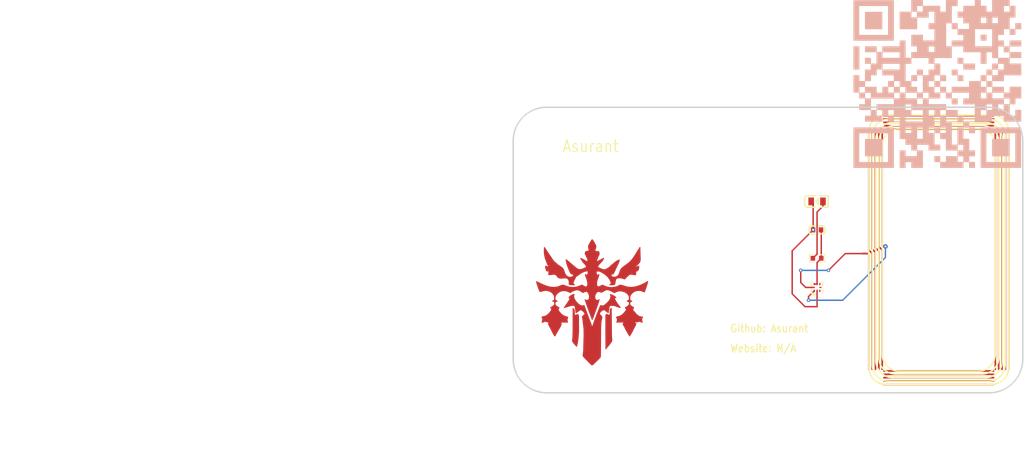
<source format=kicad_pcb>
(kicad_pcb (version 20241229) (generator "pcbnew") (generator_version "9.0")
  (layers (0 "F.Cu" signal "Top Layer") (2 "B.Cu" signal "Bottom Layer") (13 "F.Paste" user "Top Paste Mask Layer") (15 "B.Paste" user "Bottom Paste Mask Layer") (5 "F.SilkS" user "Top Silkscreen Layer") (7 "B.SilkS" user "Bottom Silkscreen Layer") (1 "F.Mask" user "Top Solder Mask Layer") (3 "B.Mask" user "Bottom Solder Mask Layer") (25 "Edge.Cuts" user "Multi-Layer"))
  (net 0 "")
  (net 1 "U1_1")
  (net 2 "U1_8")
  (net 3 "U1_2")
  (net 4 "U1_7")
  (net 5 "LED1_1")
  (net 6 "U1_5")
  (net 7 "U1_4")
  (net 8 "U1_3")
  (footprint "NFC_Card_Schematic:C0603" (layer "F.Cu") (at 157.267 97.897)
    (property "Reference" "C1" (hide yes))
    (property "Value" "")
  )
  (footprint "NFC_Card_Schematic:LED0805-R-RD" (layer "F.Cu") (at 157.267 92.817)
    (property "Reference" "LED1" (hide yes))
    (property "Value" "")
  )
  (footprint "NFC_Card_Schematic:25X48MM_NFC_ANTENNA" (layer "F.Cu") (at 179 101.5 90)
    (property "Reference" "1" (hide yes))
    (property "Value" "")
  )
  (footprint "NFC_Card_Schematic:R0603" (layer "F.Cu") (at 157.267 102.977)
    (property "Reference" "R1" (hide yes))
    (property "Value" "")
  )
  (footprint "NFC_Card_Schematic:XQFN-8_L1.6-W1.6-P0.50-BL_NT3H2111W0FHKH" (layer "F.Cu") (at 157.267 108.184 90)
    (property "Reference" "U1" (hide yes))
    (property "Value" "")
  )
  (gr_poly (pts (xy 120.402446 111.899452) (xy 120.34845 111.924117) (xy 120.324451 111.966116) (xy 120.300453 112.007447) (xy 120.279788 112.065444) (xy 120.259122 112.122775) (xy 120.240457 112.438761) (xy 120.221792 112.754747) (xy 120.199126 112.891408) (xy 120.177128 113.027402) (xy 120.168462 113.041401) (xy 120.159796 113.055401) (xy 119.89848 112.976737) (xy 119.637164 112.897408) (xy 119.625831 112.904741) (xy 119.613832 112.912074) (xy 119.554503 112.992737) (xy 119.495173 113.0734) (xy 119.474508 113.142063) (xy 119.453176 113.211394) (xy 119.453843 114.737326) (xy 119.454509 116.262591) (xy 119.463175 117.751192) (xy 119.472508 119.239793) (xy 119.521838 119.239793) (xy 119.570502 119.239793) (xy 119.603833 119.202461) (xy 119.63783 119.165796) (xy 119.696493 119.085133) (xy 119.755156 119.00447) (xy 119.99914 118.708483) (xy 120.243123 118.413163) (xy 120.370448 118.24517) (xy 120.49844 118.077178) (xy 120.552436 117.996515) (xy 120.607099 117.915851) (xy 120.641764 117.846521) (xy 120.676428 117.777858) (xy 120.689094 117.698528) (xy 120.70176 117.619865) (xy 120.683761 117.445206) (xy 120.665095 117.270547) (xy 120.651763 116.988559) (xy 120.637764 116.705905) (xy 120.624431 114.979315) (xy 120.610432 113.252058) (xy 120.601766 112.563422) (xy 120.5931 111.87412) (xy 120.524438 111.874786) (xy 120.455776 111.874786)) (fill yes) (layer "F.Cu"))
  (gr_poly (pts (xy 113.608232 113.708038) (xy 113.608232 115.541957) (xy 113.5949 116.117265) (xy 113.580901 116.692572) (xy 113.568235 116.995226) (xy 113.554903 117.298546) (xy 113.526905 117.48987) (xy 113.498906 117.681862) (xy 113.533571 117.785857) (xy 113.568235 117.889853) (xy 113.618898 117.975182) (xy 113.668895 118.060512) (xy 113.802219 118.223171) (xy 113.935544 118.385831) (xy 114.099533 118.574489) (xy 114.264189 118.763147) (xy 114.286187 118.781813) (xy 114.308186 118.799812) (xy 114.34285 118.767814) (xy 114.376848 118.735815) (xy 114.410179 118.670485) (xy 114.44351 118.605154) (xy 114.468842 118.489159) (xy 114.494173 118.372498) (xy 114.534171 118.144508) (xy 114.574168 117.915851) (xy 114.6015 117.734526) (xy 114.628831 117.552534) (xy 114.655496 117.331211) (xy 114.682161 117.109221) (xy 114.702826 116.853899) (xy 114.723491 116.598577) (xy 114.740157 116.30259) (xy 114.757489 116.007269) (xy 114.755489 114.709994) (xy 114.753489 113.413385) (xy 114.738157 113.276057) (xy 114.722825 113.138064) (xy 114.702826 113.0714) (xy 114.682827 113.004069) (xy 114.613499 112.983404) (xy 114.54417 112.962738) (xy 114.472175 112.962738) (xy 114.400846 112.962738) (xy 114.310186 112.995403) (xy 114.219525 113.027402) (xy 114.128864 113.068733) (xy 114.038204 113.109398) (xy 114.038204 113.100732) (xy 114.038204 113.092066) (xy 114.018205 112.742081) (xy 113.99754 112.392097) (xy 113.984874 112.297434) (xy 113.972208 112.203438) (xy 113.956876 112.129442) (xy 113.941544 112.055445) (xy 113.876215 111.992781) (xy 113.811552 111.929451) (xy 113.722225 111.902118) (xy 113.632231 111.87412) (xy 113.620232 111.87412) (xy 113.608232 111.87412)) (fill yes) (layer "F.Cu"))
  (gr_poly (pts (xy 116.958009 99.699993) (xy 116.865349 99.838654) (xy 116.777354 99.986647) (xy 116.68936 100.133974) (xy 116.602033 100.289301) (xy 116.514705 100.44396) (xy 116.461376 100.551289) (xy 116.407379 100.658618) (xy 116.385381 100.746614) (xy 116.363382 100.83461) (xy 116.363382 100.921273) (xy 116.363382 101.007935) (xy 116.410712 101.215926) (xy 116.457376 101.424584) (xy 116.457376 101.464582) (xy 116.457376 101.505247) (xy 116.429378 101.552578) (xy 116.400713 101.599242) (xy 116.373381 101.629241) (xy 116.345383 101.659906) (xy 116.184727 101.659906) (xy 116.024738 101.659906) (xy 115.972075 101.689238) (xy 115.920078 101.71857) (xy 115.898746 101.750569) (xy 115.878081 101.782568) (xy 115.829418 101.905895) (xy 115.780754 102.029223) (xy 115.780088 102.131219) (xy 115.778754 102.232548) (xy 115.828751 102.305878) (xy 115.878748 102.378541) (xy 115.927411 102.499869) (xy 115.975408 102.62053) (xy 116.088067 102.849187) (xy 116.201393 103.077843) (xy 116.222058 103.160506) (xy 116.242723 103.243169) (xy 116.242723 103.365831) (xy 116.242723 103.489159) (xy 116.212059 103.480492) (xy 116.182061 103.471159) (xy 116.108066 103.441827) (xy 116.034071 103.412495) (xy 115.745423 103.243836) (xy 115.456109 103.07451) (xy 115.342783 103.017846) (xy 115.229458 102.960515) (xy 115.102799 102.928517) (xy 114.975475 102.896518) (xy 114.964809 102.896518) (xy 114.953476 102.896518) (xy 114.973475 102.951849) (xy 114.992807 103.007847) (xy 115.067468 103.157173) (xy 115.14213 103.3065) (xy 115.24079 103.453827) (xy 115.33945 103.60182) (xy 115.453443 103.743147) (xy 115.567435 103.883808) (xy 115.720092 104.0498) (xy 115.872748 104.215793) (xy 115.915412 104.275124) (xy 115.958076 104.334454) (xy 115.967408 104.405118) (xy 115.976075 104.475781) (xy 115.971408 104.520446) (xy 115.966742 104.565111) (xy 115.745423 104.65844) (xy 115.523438 104.751102) (xy 115.362115 104.809767) (xy 115.200793 104.869097) (xy 115.083467 104.898429) (xy 114.965475 104.927761) (xy 114.854816 104.905096) (xy 114.744157 104.88243) (xy 114.622165 104.843765) (xy 114.499506 104.8051) (xy 114.420178 104.753102) (xy 114.34085 104.701105) (xy 114.206193 104.583777) (xy 114.072201 104.467115) (xy 113.74289 104.19646) (xy 113.413579 103.925806) (xy 113.225591 103.763813) (xy 113.036937 103.602487) (xy 112.882281 103.467159) (xy 112.727624 103.331832) (xy 112.653629 103.276501) (xy 112.580301 103.22117) (xy 112.473641 103.16384) (xy 112.367648 103.106509) (xy 112.376981 103.246503) (xy 112.386981 103.387163) (xy 112.412979 103.537823) (xy 112.43831 103.68915) (xy 112.472975 103.827144) (xy 112.507639 103.964471) (xy 112.554969 104.119131) (xy 112.602966 104.27379) (xy 112.68896 104.51178) (xy 112.774955 104.749769) (xy 112.867615 104.968426) (xy 112.960942 105.18775) (xy 113.05027 105.389741) (xy 113.139597 105.591065) (xy 113.173595 105.643063) (xy 113.207592 105.695727) (xy 113.261589 105.753725) (xy 113.314919 105.811722) (xy 113.385581 105.838388) (xy 113.456243 105.864386) (xy 113.542237 105.879052) (xy 113.628231 105.893718) (xy 113.671562 105.901051) (xy 113.714225 105.907718) (xy 113.696227 105.959049) (xy 113.678228 106.01038) (xy 113.650896 106.063044) (xy 113.624231 106.115042) (xy 113.565569 106.171039) (xy 113.507572 106.227037) (xy 113.433577 106.249703) (xy 113.359582 106.271702) (xy 113.211592 106.279035) (xy 113.063602 106.286368) (xy 112.950276 106.257702) (xy 112.836951 106.229704) (xy 112.782287 106.201038) (xy 112.728291 106.173039) (xy 112.638964 106.101043) (xy 112.549636 106.029046) (xy 112.466975 105.919051) (xy 112.383647 105.809056) (xy 112.336317 105.714393) (xy 112.288987 105.620397) (xy 112.24499 105.505069) (xy 112.200993 105.389741) (xy 112.157662 105.241747) (xy 112.114332 105.093754) (xy 112.056336 104.973093) (xy 111.99834 104.851765) (xy 111.915679 104.761769) (xy 111.833017 104.671773) (xy 111.729691 104.585777) (xy 111.625698 104.49978) (xy 111.471042 104.381119) (xy 111.317052 104.262458) (xy 111.209059 104.192461) (xy 111.101733 104.122464) (xy 111.041737 104.092465) (xy 110.982407 104.062466) (xy 110.927744 104.046467) (xy 110.873081 104.031134) (xy 110.866415 103.971137) (xy 110.859749 103.91114) (xy 110.698426 103.790478) (xy 110.537104 103.670484) (xy 110.398446 103.535823) (xy 110.259789 103.401162) (xy 110.18846 103.313166) (xy 110.117132 103.225837) (xy 110.019138 103.064511) (xy 109.921145 102.903185) (xy 109.784487 102.70786) (xy 109.64783 102.513202) (xy 109.405179 102.150551) (xy 109.163195 101.787234) (xy 108.94121 101.449249) (xy 108.718558 101.111264) (xy 108.663229 101.035934) (xy 108.607899 100.960604) (xy 108.555903 100.960604) (xy 108.504573 100.960604) (xy 108.49524 101.031268) (xy 108.486574 101.101931) (xy 108.474575 101.369253) (xy 108.462575 101.637241) (xy 108.474575 101.87923) (xy 108.486574 102.121886) (xy 108.494573 102.183216) (xy 108.502573 102.244547) (xy 108.515905 102.338543) (xy 108.529904 102.432539) (xy 108.563902 102.606531) (xy 108.5979 102.779857) (xy 108.64923 102.956515) (xy 108.701226 103.133174) (xy 108.811219 103.427828) (xy 108.920545 103.723148) (xy 108.974541 103.857142) (xy 109.027871 103.991803) (xy 109.107199 104.146463) (xy 109.185861 104.300456) (xy 109.239857 104.371119) (xy 109.293853 104.441783) (xy 109.282521 104.441783) (xy 109.271188 104.441783) (xy 109.080534 104.374453) (xy 108.889214 104.307789) (xy 108.84255 104.307789) (xy 108.79522 104.307789) (xy 108.757222 104.327121) (xy 108.718558 104.34712) (xy 108.708559 104.437116) (xy 108.699226 104.526446) (xy 108.706559 104.628441) (xy 108.713892 104.731103) (xy 108.743223 104.825099) (xy 108.772555 104.919095) (xy 108.84655 105.107087) (xy 108.920545 105.295078) (xy 108.930544 105.306411) (xy 108.94121 105.317744) (xy 109.119198 105.33641) (xy 109.29652 105.354409) (xy 109.344517 105.379075) (xy 109.392513 105.403074) (xy 109.393847 105.415073) (xy 109.39518 105.427739) (xy 109.327851 105.449738) (xy 109.260522 105.472404) (xy 109.260522 105.645729) (xy 109.260522 105.819722) (xy 109.299186 105.903051) (xy 109.33785 105.987048) (xy 109.353849 106.00038) (xy 109.369848 106.013713) (xy 109.657829 105.981048) (xy 109.94581 105.949049) (xy 110.033137 105.93505) (xy 110.120465 105.920384) (xy 110.253123 105.920384) (xy 110.385781 105.920384) (xy 110.467108 105.941716) (xy 110.549103 105.962382) (xy 110.599766 105.988381) (xy 110.649763 106.01438) (xy 110.654429 106.071044) (xy 110.658429 106.127708) (xy 110.732424 106.149707) (xy 110.806419 106.172373) (xy 110.810419 106.229704) (xy 110.814419 106.287701) (xy 110.859749 106.341032) (xy 110.905079 106.393696) (xy 110.973075 106.451694) (xy 111.040404 106.509024) (xy 111.145063 106.54369) (xy 111.249723 106.578355) (xy 111.369048 106.59902) (xy 111.488374 106.61902) (xy 111.607699 106.61902) (xy 111.727025 106.61902) (xy 111.925011 106.591021) (xy 112.122998 106.562355) (xy 112.270988 106.569688) (xy 112.418978 106.577021) (xy 112.506306 106.60502) (xy 112.593633 106.633019) (xy 112.667628 106.670351) (xy 112.741624 106.707016) (xy 112.784287 106.794345) (xy 112.826951 106.881008) (xy 112.871615 107.009002) (xy 112.916279 107.13633) (xy 112.916279 107.411651) (xy 112.916279 107.686306) (xy 113.016272 107.716971) (xy 113.115599 107.74697) (xy 113.258256 107.770968) (xy 113.400246 107.794301) (xy 113.69556 107.794967) (xy 113.99154 107.794967) (xy 114.031538 107.774968) (xy 114.072201 107.754303) (xy 114.072201 107.738303) (xy 114.072201 107.722304) (xy 114.011539 107.683639) (xy 113.950876 107.644307) (xy 113.888214 107.58831) (xy 113.825551 107.532979) (xy 113.816219 107.446316) (xy 113.806886 107.359653) (xy 113.822885 107.268991) (xy 113.838884 107.177661) (xy 113.863549 107.106998) (xy 113.888214 107.035668) (xy 114.015539 106.797012) (xy 114.142197 106.559022) (xy 114.178861 106.45636) (xy 114.215525 106.353698) (xy 114.254189 106.306367) (xy 114.292853 106.259702) (xy 114.40018 106.203705) (xy 114.508172 106.147707) (xy 114.647496 106.041712) (xy 114.786821 105.935717) (xy 114.906813 105.852387) (xy 115.026138 105.768391) (xy 115.132797 105.701727) (xy 115.239457 105.635063) (xy 115.381448 105.563733) (xy 115.523438 105.492403) (xy 115.624098 105.453071) (xy 115.725425 105.413073) (xy 115.859416 105.378408) (xy 115.994073 105.343743) (xy 116.108066 105.329743) (xy 116.221392 105.315744) (xy 116.258722 105.315744) (xy 116.296053 105.315744) (xy 116.296053 105.407073) (xy 116.296053 105.498403) (xy 116.282054 105.578399) (xy 116.268055 105.658396) (xy 116.234057 105.77239) (xy 116.20006 105.887052) (xy 116.190727 105.896385) (xy 116.182061 105.905718) (xy 116.021405 105.859053) (xy 115.860749 105.813055) (xy 115.834751 105.804389) (xy 115.808752 105.796389) (xy 115.815419 105.922384) (xy 115.822751 106.047712) (xy 115.946077 106.369697) (xy 116.069402 106.691683) (xy 116.116732 106.851009) (xy 116.164062 107.011002) (xy 116.19006 107.140996) (xy 116.216059 107.270991) (xy 116.224725 107.438983) (xy 116.232724 107.606976) (xy 116.217392 107.719637) (xy 116.20206 107.832299) (xy 116.172062 107.886963) (xy 116.142064 107.942294) (xy 116.096067 107.972959) (xy 116.050736 108.003625) (xy 116.001406 108.003625) (xy 115.952743 108.003625) (xy 115.873415 107.982959) (xy 115.794087 107.962293) (xy 115.734757 107.936294) (xy 115.675428 107.909629) (xy 115.502773 107.794967) (xy 115.330118 107.680306) (xy 115.24079 107.700972) (xy 115.150796 107.721637) (xy 114.914145 107.8143) (xy 114.676828 107.906296) (xy 114.569502 107.940961) (xy 114.461509 107.975626) (xy 114.327518 108.009625) (xy 114.19286 108.042956) (xy 114.065535 108.066289) (xy 113.937544 108.089621) (xy 113.64223 108.090288) (xy 113.34625 108.090288) (xy 113.211592 108.066289) (xy 113.077601 108.042956) (xy 112.942943 108.009625) (xy 112.808952 107.976293) (xy 112.428311 107.847632) (xy 112.04767 107.718971) (xy 111.917678 107.704305) (xy 111.787021 107.690305) (xy 111.681028 107.711638) (xy 111.575035 107.733637) (xy 111.377714 107.827633) (xy 111.180394 107.921628) (xy 111.079734 107.954294) (xy 110.978408 107.987625) (xy 110.838417 108.015624) (xy 110.698426 108.042956) (xy 110.584434 108.056289) (xy 110.469775 108.069622) (xy 110.315785 108.078288) (xy 110.161129 108.086954) (xy 109.986474 108.071622) (xy 109.811819 108.056289) (xy 109.683827 108.03629) (xy 109.556503 108.016291) (xy 109.401846 107.981626) (xy 109.24719 107.946961) (xy 109.038537 107.87963) (xy 108.830551 107.8123) (xy 108.64923 107.741636) (xy 108.467242 107.670973) (xy 108.259256 107.57631) (xy 108.050603 107.482315) (xy 107.728624 107.322322) (xy 107.405979 107.162329) (xy 107.257989 107.099665) (xy 107.109999 107.037001) (xy 107.105999 107.12433) (xy 107.102 107.21166) (xy 107.123331 107.332988) (xy 107.143997 107.454316) (xy 107.215992 107.67164) (xy 107.288654 107.88963) (xy 107.463309 108.359609) (xy 107.637964 108.830255) (xy 107.664629 108.897585) (xy 107.691294 108.964249) (xy 107.832617 108.968249) (xy 107.973941 108.972248) (xy 108.059269 108.952916) (xy 108.145263 108.93425) (xy 108.259256 108.892919) (xy 108.373248 108.852254) (xy 108.479908 108.830255) (xy 108.586567 108.808922) (xy 108.735224 108.800923) (xy 108.883881 108.792923) (xy 109.001873 108.808922) (xy 109.119198 108.824255) (xy 109.250523 108.862253) (xy 109.381181 108.900252) (xy 109.482507 108.94225) (xy 109.583167 108.984248) (xy 109.687827 109.045579) (xy 109.793153 109.106909) (xy 109.895147 109.203572) (xy 109.99714 109.300234) (xy 110.061802 109.385563) (xy 110.126465 109.470893) (xy 110.186461 109.594221) (xy 110.246457 109.716882) (xy 110.273788 109.815544) (xy 110.30112 109.91354) (xy 110.309786 110.023535) (xy 110.318452 110.13353) (xy 110.302453 110.248192) (xy 110.28712 110.362187) (xy 110.280454 110.390852) (xy 110.273121 110.418851) (xy 110.147796 110.468849) (xy 110.021805 110.518846) (xy 110.009139 110.534846) (xy 109.99714 110.550178) (xy 109.974475 110.616842) (xy 109.952476 110.682839) (xy 109.957809 110.687506) (xy 109.962475 110.692172) (xy 110.113799 110.718171) (xy 110.265122 110.74417) (xy 110.270455 110.749503) (xy 110.275788 110.754836) (xy 110.29512 110.856831) (xy 110.315119 110.958827) (xy 110.323785 111.066156) (xy 110.332451 111.172817) (xy 110.25179 111.27148) (xy 110.170462 111.370142) (xy 110.111799 111.42614) (xy 110.053803 111.482137) (xy 109.979808 111.528802) (xy 109.905813 111.5748) (xy 109.767155 111.644796) (xy 109.629164 111.714127) (xy 109.633164 111.822122) (xy 109.637164 111.930117) (xy 109.707826 111.954116) (xy 109.778488 111.978115) (xy 109.787154 111.986781) (xy 109.79582 111.994781) (xy 109.774488 112.100776) (xy 109.753823 112.206772) (xy 109.732491 112.252103) (xy 109.711159 112.297434) (xy 109.581168 112.472093) (xy 109.451843 112.647419) (xy 109.275855 112.822744) (xy 109.0992 112.998736) (xy 108.995207 113.068733) (xy 108.891214 113.138064) (xy 108.800553 113.183395) (xy 108.709226 113.229393) (xy 108.619898 113.256725) (xy 108.530571 113.284057) (xy 108.445243 113.298723) (xy 108.359916 113.313389) (xy 108.261922 113.342054) (xy 108.163929 113.37072) (xy 108.111932 113.418718) (xy 108.060602 113.466716) (xy 108.038604 113.524713) (xy 108.017272 113.58271) (xy 108.097933 113.659374) (xy 108.178594 113.736704) (xy 108.178594 113.792034) (xy 108.178594 113.848032) (xy 108.133264 114.121353) (xy 108.087267 114.394674) (xy 108.079268 114.451339) (xy 108.070602 114.508669) (xy 108.114599 114.508669) (xy 108.158596 114.508003) (xy 108.245923 114.487337) (xy 108.333251 114.467338) (xy 108.474575 114.399341) (xy 108.615232 114.331344) (xy 108.665895 114.313345) (xy 108.715892 114.294679) (xy 108.786554 114.327344) (xy 108.857216 114.359343) (xy 109.085867 114.42734) (xy 109.314519 114.495337) (xy 109.333851 114.50267) (xy 109.353849 114.510003) (xy 109.301853 114.539335) (xy 109.249856 114.569333) (xy 109.231191 114.629331) (xy 109.212525 114.689995) (xy 109.218525 114.739326) (xy 109.223858 114.78799) (xy 109.391847 115.108643) (xy 109.560502 115.429295) (xy 109.827818 115.953272) (xy 110.095133 116.477915) (xy 110.180461 116.618576) (xy 110.265789 116.759903) (xy 110.325785 116.843899) (xy 110.385114 116.927895) (xy 110.43711 116.927895) (xy 110.48844 116.927895) (xy 110.619098 116.695906) (xy 110.749756 116.463916) (xy 110.906413 116.188595) (xy 111.063069 115.913274) (xy 111.276388 115.549956) (xy 111.48904 115.187306) (xy 111.547037 115.066645) (xy 111.604366 114.945317) (xy 111.631031 114.844654) (xy 111.658362 114.743992) (xy 111.667029 114.681328) (xy 111.675695 114.617998) (xy 111.5997 114.568) (xy 111.523705 114.517336) (xy 111.541037 114.507336) (xy 111.559036 114.498003) (xy 111.686361 114.480004) (xy 111.814352 114.461338) (xy 112.196993 114.462671) (xy 112.580301 114.463338) (xy 112.687627 114.484004) (xy 112.794953 114.505336) (xy 112.796953 114.503336) (xy 112.798953 114.502003) (xy 112.767622 114.375342) (xy 112.735624 114.248014) (xy 112.720958 114.121353) (xy 112.705626 113.995359) (xy 112.720958 113.879364) (xy 112.736291 113.763369) (xy 112.763622 113.682039) (xy 112.790287 113.601376) (xy 112.822951 113.544712) (xy 112.856283 113.488715) (xy 112.794953 113.446716) (xy 112.734291 113.404718) (xy 112.689627 113.386053) (xy 112.644963 113.367387) (xy 112.476975 113.327388) (xy 112.308986 113.28739) (xy 112.174328 113.227393) (xy 112.03967 113.168062) (xy 111.960342 113.117398) (xy 111.881014 113.066733) (xy 111.773688 112.982737) (xy 111.666362 112.898074) (xy 111.563702 112.792746) (xy 111.461709 112.687417) (xy 111.389047 112.600087) (xy 111.316385 112.512758) (xy 111.227058 112.384764) (xy 111.138397 112.257436) (xy 111.129064 112.186772) (xy 111.119732 112.116776) (xy 111.128398 112.062111) (xy 111.13773 112.008114) (xy 111.217059 111.887452) (xy 111.296387 111.766791) (xy 111.207726 111.726793) (xy 111.119065 111.686795) (xy 111.003073 111.620131) (xy 110.886414 111.553467) (xy 110.778421 111.466138) (xy 110.670428 111.379475) (xy 110.605766 111.303478) (xy 110.541104 111.228148) (xy 110.54777 111.084155) (xy 110.553769 110.940161) (xy 110.575768 110.870831) (xy 110.598433 110.800834) (xy 110.668428 110.778835) (xy 110.73909 110.756836) (xy 110.813085 110.728837) (xy 110.886414 110.700838) (xy 110.911746 110.679506) (xy 110.936411 110.658174) (xy 110.955076 110.622175) (xy 110.973741 110.586177) (xy 110.883081 110.557511) (xy 110.79242 110.528179) (xy 110.710426 110.488848) (xy 110.628431 110.450183) (xy 110.611766 110.430184) (xy 110.595767 110.410851) (xy 110.577101 110.339521) (xy 110.557769 110.268191) (xy 110.549103 110.165529) (xy 110.540437 110.063533) (xy 110.557102 109.950872) (xy 110.573101 109.83821) (xy 110.620432 109.744214) (xy 110.667762 109.650218) (xy 110.729091 109.556223) (xy 110.791087 109.46156) (xy 110.919745 109.334232) (xy 111.048403 109.206238) (xy 111.163062 109.129575) (xy 111.278388 109.052245) (xy 111.432377 108.978915) (xy 111.585701 108.905585) (xy 111.666362 108.885586) (xy 111.747023 108.86492) (xy 111.874348 108.849587) (xy 112.002339 108.834255) (xy 112.122998 108.842921) (xy 112.244323 108.852254) (xy 112.35165 108.87092) (xy 112.459642 108.889585) (xy 112.566969 108.924251) (xy 112.674295 108.959582) (xy 112.855616 109.044912) (xy 113.036937 109.130908) (xy 113.133597 109.159573) (xy 113.230258 109.188239) (xy 113.34225 109.106243) (xy 113.453576 109.02358) (xy 113.628231 108.936917) (xy 113.803553 108.850921) (xy 114.011539 108.780924) (xy 114.219525 108.711593) (xy 114.363515 108.705594) (xy 114.507506 108.699594) (xy 114.605499 108.721593) (xy 114.703493 108.742925) (xy 114.831484 108.807589) (xy 114.958809 108.871586) (xy 115.151463 108.996914) (xy 115.34345 109.121575) (xy 115.415445 109.15424) (xy 115.48744 109.187572) (xy 115.620098 109.112242) (xy 115.75209 109.037579) (xy 115.839417 109.012247) (xy 115.926745 108.986248) (xy 116.004739 108.977582) (xy 116.082734 108.968915) (xy 116.149396 109.012247) (xy 116.216059 109.054911) (xy 116.268722 109.114909) (xy 116.321385 109.174239) (xy 116.381381 109.291568) (xy 116.441377 109.408229) (xy 116.476708 109.520224) (xy 116.512039 109.632219) (xy 116.527371 109.757547) (xy 116.54337 109.882875) (xy 116.527371 110.019535) (xy 116.511372 110.156196) (xy 116.462709 110.229526) (xy 116.414045 110.302856) (xy 116.372048 110.334855) (xy 116.330051 110.366187) (xy 116.273388 110.394185) (xy 116.216725 110.422851) (xy 116.14873 110.422851) (xy 116.080734 110.422851) (xy 116.032071 110.402852) (xy 115.984074 110.382186) (xy 115.898746 110.321522) (xy 115.813419 110.260858) (xy 115.79142 110.304189) (xy 115.768755 110.346854) (xy 115.776755 110.414851) (xy 115.784087 110.483515) (xy 115.866749 110.718171) (xy 115.94941 110.953494) (xy 116.114732 111.42414) (xy 116.280054 111.894785) (xy 116.429378 112.304767) (xy 116.578034 112.714082) (xy 116.812019 113.339388) (xy 117.046003 113.964027) (xy 117.100666 113.968693) (xy 117.155329 113.972693) (xy 117.195993 113.892697) (xy 117.235991 113.8127) (xy 117.282654 113.700039) (xy 117.328651 113.588044) (xy 117.620632 112.774746) (xy 117.911946 111.961449) (xy 118.03927 111.605465) (xy 118.166595 111.249481) (xy 118.231258 111.054156) (xy 118.29592 110.858165) (xy 118.337917 110.708838) (xy 118.380581 110.559511) (xy 118.413245 110.414851) (xy 118.44591 110.269524) (xy 118.443243 110.267524) (xy 118.43991 110.265524) (xy 118.245257 110.338854) (xy 118.05127 110.412185) (xy 117.976608 110.418851) (xy 117.902613 110.425517) (xy 117.856616 110.393519) (xy 117.810619 110.362187) (xy 117.765955 110.281524) (xy 117.720625 110.200861) (xy 117.685961 110.093532) (xy 117.651296 109.986203) (xy 117.649296 109.878208) (xy 117.647296 109.77088) (xy 117.69196 109.630219) (xy 117.73729 109.489559) (xy 117.784621 109.394896) (xy 117.831284 109.300234) (xy 117.89728 109.211571) (xy 117.962609 109.122242) (xy 118.021272 109.068244) (xy 118.080601 109.014247) (xy 118.153929 108.997581) (xy 118.227924 108.980915) (xy 118.307252 108.986914) (xy 118.386581 108.992914) (xy 118.507239 109.051578) (xy 118.627898 109.110909) (xy 118.725225 109.116242) (xy 118.822551 109.122242) (xy 118.908546 109.081577) (xy 118.995207 109.040912) (xy 119.093867 108.974248) (xy 119.192527 108.907585) (xy 119.320518 108.834921) (xy 119.447843 108.761591) (xy 119.530504 108.725593) (xy 119.612499 108.688928) (xy 119.758489 108.688928) (xy 119.905146 108.688928) (xy 120.012472 108.714927) (xy 120.119798 108.740925) (xy 120.248456 108.792923) (xy 120.377114 108.844254) (xy 120.631764 108.980248) (xy 120.885747 109.116242) (xy 120.973075 109.152907) (xy 121.059736 109.188906) (xy 121.113065 109.181572) (xy 121.166395 109.174906) (xy 121.317052 109.099576) (xy 121.467708 109.024913) (xy 121.557036 108.990914) (xy 121.646363 108.957582) (xy 121.763689 108.93225) (xy 121.880348 108.906918) (xy 121.98834 108.898252) (xy 122.095667 108.889585) (xy 122.246323 108.903585) (xy 122.396313 108.917584) (xy 122.552969 108.957582) (xy 122.709626 108.996914) (xy 122.839617 109.054911) (xy 122.969608 109.113576) (xy 123.082267 109.180239) (xy 123.195593 109.246903) (xy 123.307586 109.352232) (xy 123.418912 109.45756) (xy 123.478241 109.54689) (xy 123.53757 109.636219) (xy 123.573568 109.708882) (xy 123.609566 109.780879) (xy 123.635564 109.914207) (xy 123.661562 110.047534) (xy 123.660896 110.130864) (xy 123.659562 110.214193) (xy 123.636897 110.28819) (xy 123.613565 110.362187) (xy 123.44891 110.474182) (xy 123.283587 110.586177) (xy 123.287587 110.640174) (xy 123.291587 110.693505) (xy 123.446243 110.743503) (xy 123.6009 110.793501) (xy 123.625565 110.866831) (xy 123.65023 110.940161) (xy 123.657562 111.056156) (xy 123.664895 111.172151) (xy 123.620232 111.237481) (xy 123.575568 111.302812) (xy 123.507572 111.375475) (xy 123.439577 111.447472) (xy 123.357582 111.506136) (xy 123.274921 111.565467) (xy 123.118932 111.64013) (xy 122.962275 111.71546) (xy 122.962275 111.822122) (xy 122.962275 111.928784) (xy 122.979608 111.93345) (xy 122.996273 111.938783) (xy 123.058269 111.960782) (xy 123.120932 111.982781) (xy 123.129598 112.055445) (xy 123.13893 112.127442) (xy 123.124265 112.182773) (xy 123.108932 112.238103) (xy 122.992273 112.384097) (xy 122.874948 112.529424) (xy 122.740957 112.68075) (xy 122.606299 112.832077) (xy 122.492307 112.933406) (xy 122.377648 113.034068) (xy 122.29032 113.090732) (xy 122.202993 113.148063) (xy 122.108999 113.194728) (xy 122.015005 113.242059) (xy 121.94301 113.263391) (xy 121.871682 113.284724) (xy 121.78902 113.29939) (xy 121.705693 113.314056) (xy 121.6017 113.341388) (xy 121.497706 113.369387) (xy 121.445043 113.418051) (xy 121.393047 113.466716) (xy 121.371048 113.524713) (xy 121.34905 113.58271) (xy 121.431711 113.665373) (xy 121.515039 113.748703) (xy 121.507039 113.936695) (xy 121.498373 114.125353) (xy 121.452376 114.314011) (xy 121.405713 114.502003) (xy 121.408379 114.504003) (xy 121.410379 114.506669) (xy 121.5917 114.480671) (xy 121.773021 114.455338) (xy 122.256989 114.456005) (xy 122.740957 114.456005) (xy 122.706959 114.479337) (xy 122.673628 114.502003) (xy 122.616965 114.553334) (xy 122.560969 114.604665) (xy 122.54497 114.651996) (xy 122.529638 114.698661) (xy 122.538304 114.754658) (xy 122.54697 114.811323) (xy 122.584301 114.877986) (xy 122.622298 114.945317) (xy 122.728291 115.113309) (xy 122.834951 115.281302) (xy 122.902279 115.428629) (xy 122.968942 115.576622) (xy 123.030271 115.69795) (xy 123.090934 115.819278) (xy 123.260256 116.114598) (xy 123.430244 116.410585) (xy 123.570902 116.665907) (xy 123.711559 116.921229) (xy 123.769555 116.921229) (xy 123.827551 116.921229) (xy 123.913545 116.793235) (xy 124.000206 116.665907) (xy 124.090867 116.511247) (xy 124.182194 116.356587) (xy 124.292853 116.149263) (xy 124.403513 115.941272) (xy 124.453509 115.833277) (xy 124.503506 115.725282) (xy 124.635497 115.476626) (xy 124.768155 115.227971) (xy 124.844817 115.079977) (xy 124.922145 114.931984) (xy 124.955476 114.824655) (xy 124.988807 114.71666) (xy 124.997473 114.667996) (xy 125.006139 114.618664) (xy 124.894147 114.532002) (xy 124.782821 114.444672) (xy 124.764822 114.422673) (xy 124.746823 114.401341) (xy 125.036804 114.404674) (xy 125.326785 114.408007) (xy 125.385447 114.350676) (xy 125.443443 114.293346) (xy 125.523438 114.320678) (xy 125.603433 114.348676) (xy 125.864749 114.428006) (xy 126.126065 114.508003) (xy 126.130064 114.504003) (xy 126.133397 114.50067) (xy 126.094067 114.266013) (xy 126.055403 114.031357) (xy 126.04007 113.893363) (xy 126.025405 113.754703) (xy 126.079401 113.694039) (xy 126.132731 113.632708) (xy 126.153396 113.570044) (xy 126.173395 113.50738) (xy 126.177394 113.468716) (xy 126.181394 113.430051) (xy 126.127398 113.410718) (xy 126.074068 113.392052) (xy 125.857416 113.352054) (xy 125.640764 113.312056) (xy 125.562769 113.28539) (xy 125.484774 113.258725) (xy 125.430111 113.22606) (xy 125.374781 113.194061) (xy 125.260789 113.092732) (xy 125.146797 112.990737) (xy 125.048803 112.942072) (xy 124.951476 112.893408) (xy 124.951476 112.846076) (xy 124.951476 112.798079) (xy 124.860816 112.698083) (xy 124.770155 112.598087) (xy 124.704826 112.521424) (xy 124.639497 112.445428) (xy 124.526838 112.294768) (xy 124.413512 112.144774) (xy 124.452843 112.08011) (xy 124.49284 112.015447) (xy 124.525505 111.914784) (xy 124.558836 111.814122) (xy 124.567502 111.764791) (xy 124.576168 111.716127) (xy 124.460176 111.653463) (xy 124.344183 111.590132) (xy 124.230191 111.516802) (xy 124.116865 111.443472) (xy 124.048203 111.380142) (xy 123.980208 111.316811) (xy 123.934877 111.222815) (xy 123.890214 111.128819) (xy 123.890214 111.068155) (xy 123.89088 111.007491) (xy 123.909546 110.95616) (xy 123.927544 110.904829) (xy 123.952209 110.878164) (xy 123.976208 110.850832) (xy 124.077534 110.780168) (xy 124.178861 110.708838) (xy 124.245523 110.648174) (xy 124.312185 110.58751) (xy 124.152863 110.535512) (xy 123.99354 110.483515) (xy 123.976208 110.456183) (xy 123.958209 110.42885) (xy 123.935544 110.342188) (xy 123.912212 110.254858) (xy 123.912879 110.100198) (xy 123.913545 109.945539) (xy 123.936877 109.818211) (xy 123.960209 109.690217) (xy 124.048203 109.556223) (xy 124.136197 109.421562) (xy 124.286187 109.273568) (xy 124.435511 109.125575) (xy 124.553503 109.052912) (xy 124.672161 108.979581) (xy 124.785487 108.93425) (xy 124.89948 108.888919) (xy 125.04947 108.855587) (xy 125.200126 108.822255) (xy 125.411446 108.814255) (xy 125.622765 108.806256) (xy 125.725425 108.822922) (xy 125.828084 108.839588) (xy 125.901413 108.864253) (xy 125.974741 108.889585) (xy 126.058069 108.93225) (xy 126.14073 108.974915) (xy 126.29472 109.026913) (xy 126.44871 109.07891) (xy 126.454043 109.07891) (xy 126.458709 109.07891) (xy 126.524038 108.940917) (xy 126.589367 108.803589) (xy 126.779354 108.238948) (xy 126.968675 107.674306) (xy 127.008006 107.526313) (xy 127.047336 107.378319) (xy 127.074668 107.218993) (xy 127.102 107.059) (xy 127.102 107.047667) (xy 127.102 107.035668) (xy 127.054669 107.035668) (xy 127.006673 107.035668) (xy 126.95001 107.064333) (xy 126.894013 107.092999) (xy 126.685361 107.221659) (xy 126.477374 107.349654) (xy 126.255389 107.456982) (xy 126.033404 107.563644) (xy 125.832084 107.650307) (xy 125.630098 107.736303) (xy 125.408779 107.814966) (xy 125.186794 107.89363) (xy 124.971475 107.946961) (xy 124.756823 108.000958) (xy 124.588834 108.028957) (xy 124.420845 108.056289) (xy 124.252856 108.071622) (xy 124.084867 108.086954) (xy 123.916879 108.077621) (xy 123.74889 108.068955) (xy 123.597566 108.049623) (xy 123.446243 108.03029) (xy 123.355583 108.009625) (xy 123.264922 107.988959) (xy 122.942277 107.890296) (xy 122.619632 107.792301) (xy 122.498973 107.756969) (xy 122.377648 107.722304) (xy 122.29032 107.708305) (xy 122.202993 107.694305) (xy 122.140997 107.694305) (xy 122.078334 107.694305) (xy 121.993007 107.720971) (xy 121.907679 107.74697) (xy 121.78902 107.822299) (xy 121.670362 107.897629) (xy 121.527038 107.944294) (xy 121.383047 107.991625) (xy 121.217059 108.031624) (xy 121.050403 108.071622) (xy 120.921078 108.091621) (xy 120.791754 108.110953) (xy 120.630431 108.11962) (xy 120.469108 108.127619) (xy 120.305119 108.112953) (xy 120.14113 108.097621) (xy 119.995807 108.069622) (xy 119.85115 108.041623) (xy 119.724491 108.000958) (xy 119.597833 107.960293) (xy 119.34785 107.856298) (xy 119.098533 107.752303) (xy 118.989874 107.716304) (xy 118.881214 107.680306) (xy 118.761222 107.755636) (xy 118.641897 107.830966) (xy 118.577901 107.863631) (xy 118.514572 107.896296) (xy 118.44391 107.922295) (xy 118.372581 107.947627) (xy 118.273255 107.976959) (xy 118.173928 108.005625) (xy 118.0946 107.926295) (xy 118.015272 107.847632) (xy 117.99594 107.74097) (xy 117.977274 107.633641) (xy 117.976608 107.496981) (xy 117.976608 107.36032) (xy 117.990607 107.255658) (xy 118.005273 107.150329) (xy 118.04327 107.002336) (xy 118.080601 106.854342) (xy 118.189927 106.562355) (xy 118.299253 106.271035) (xy 118.332584 106.147041) (xy 118.365249 106.023046) (xy 118.379914 105.916384) (xy 118.39458 105.809722) (xy 118.389914 105.805722) (xy 118.385247 105.801056) (xy 118.177928 105.853054) (xy 117.970608 105.905051) (xy 117.965942 105.901051) (xy 117.961276 105.896385) (xy 117.94261 105.781723) (xy 117.923945 105.666395) (xy 117.914612 105.519735) (xy 117.905279 105.373742) (xy 117.930611 105.363075) (xy 117.955943 105.352409) (xy 118.114599 105.345743) (xy 118.273255 105.339076) (xy 118.369248 105.362409) (xy 118.465242 105.385741) (xy 118.560569 105.429072) (xy 118.655896 105.472404) (xy 118.803219 105.557067) (xy 118.950543 105.642396) (xy 119.118532 105.751725) (xy 119.286521 105.86172) (xy 119.423845 105.971715) (xy 119.561169 106.081043) (xy 119.702493 106.217037) (xy 119.84315 106.353031) (xy 119.963142 106.507025) (xy 120.083134 106.661684) (xy 120.164462 106.798345) (xy 120.24579 106.935006) (xy 120.301786 107.063) (xy 120.358449 107.190328) (xy 120.396447 107.302323) (xy 120.435111 107.414318) (xy 120.275788 107.598309) (xy 120.117132 107.781635) (xy 120.414445 107.790301) (xy 120.711092 107.798967) (xy 120.852416 107.786968) (xy 120.99374 107.775635) (xy 121.061069 107.758302) (xy 121.127731 107.74097) (xy 121.171062 107.65364) (xy 121.213725 107.566977) (xy 121.241724 107.452316) (xy 121.269055 107.338321) (xy 121.297053 107.178328) (xy 121.325051 107.019002) (xy 121.350383 106.919006) (xy 121.375715 106.819677) (xy 121.419712 106.736348) (xy 121.463709 106.653018) (xy 121.54037 106.622353) (xy 121.617032 106.592354) (xy 121.712359 106.572355) (xy 121.808352 106.551689) (xy 121.977008 106.551689) (xy 122.14633 106.551689) (xy 122.308986 106.585021) (xy 122.472308 106.618353) (xy 122.700293 106.68635) (xy 122.928944 106.755014) (xy 122.944943 106.760347) (xy 122.960276 106.76568) (xy 123.100933 106.601687) (xy 123.24159 106.437694) (xy 123.400913 106.282368) (xy 123.560902 106.127708) (xy 123.64823 106.055045) (xy 123.735557 105.983048) (xy 123.809552 105.949049) (xy 123.882881 105.915717) (xy 124.017538 105.910384) (xy 124.152196 105.904385) (xy 124.286187 105.93305) (xy 124.420845 105.961049) (xy 124.654829 105.988381) (xy 124.888147 106.015046) (xy 124.89348 106.01038) (xy 124.898146 106.005047) (xy 124.95081 105.744392) (xy 125.002806 105.483737) (xy 124.988807 105.47507) (xy 124.974808 105.466404) (xy 124.896147 105.449738) (xy 124.818152 105.433072) (xy 124.824151 105.423073) (xy 124.830151 105.412406) (xy 124.88948 105.40374) (xy 124.94881 105.395074) (xy 125.019472 105.369075) (xy 125.090134 105.343076) (xy 125.162129 105.299745) (xy 125.233457 105.256413) (xy 125.292787 105.195083) (xy 125.352783 105.133752) (xy 125.40078 105.045756) (xy 125.448776 104.957093) (xy 125.475441 104.851765) (xy 125.502773 104.746436) (xy 125.502773 104.57111) (xy 125.502106 104.395118) (xy 125.494107 104.342454) (xy 125.485441 104.290456) (xy 125.416112 104.297789) (xy 125.346783 104.305122) (xy 125.136131 104.400451) (xy 124.925478 104.495781) (xy 124.916145 104.495781) (xy 124.907479 104.495781) (xy 125.188794 104.21646) (xy 125.470108 103.937805) (xy 125.554103 103.825144) (xy 125.638097 103.713149) (xy 125.672095 103.645818) (xy 125.706093 103.579155) (xy 125.731424 103.479159) (xy 125.756756 103.37983) (xy 125.766089 103.208504) (xy 125.774755 103.037179) (xy 125.753423 102.445871) (xy 125.732091 101.854564) (xy 125.724758 101.572577) (xy 125.717425 101.289923) (xy 125.708759 101.125263) (xy 125.70076 100.960604) (xy 125.648763 100.960604) (xy 125.597433 100.960604) (xy 125.505439 101.098598) (xy 125.413445 101.236592) (xy 125.318118 101.385252) (xy 125.222791 101.533912) (xy 124.99814 101.902562) (xy 124.773488 102.271213) (xy 124.658829 102.452538) (xy 124.543503 102.633863) (xy 124.422178 102.809189) (xy 124.300186 102.983848) (xy 124.166195 103.15184) (xy 124.031538 103.319833) (xy 123.84955 103.501158) (xy 123.668228 103.682483) (xy 123.506906 103.800478) (xy 123.345583 103.917806) (xy 123.076935 104.115131) (xy 122.808286 104.311789) (xy 122.635631 104.445116) (xy 122.463642 104.578443) (xy 122.364315 104.676439) (xy 122.264989 104.774435) (xy 122.188327 104.89243) (xy 122.111666 105.010424) (xy 122.071668 105.105753) (xy 122.031004 105.201083) (xy 121.978341 105.375741) (xy 121.925678 105.5504) (xy 121.885681 105.646396) (xy 121.845683 105.743058) (xy 121.79102 105.835054) (xy 121.735691 105.92705) (xy 121.689694 105.984381) (xy 121.64303 106.041712) (xy 121.567035 106.09371) (xy 121.49104 106.145041) (xy 121.410379 106.185705) (xy 121.329718 106.225704) (xy 121.24239 106.248369) (xy 121.155063 106.271702) (xy 121.013072 106.279035) (xy 120.871748 106.287034) (xy 120.795087 106.250369) (xy 120.719092 106.214371) (xy 120.660429 106.157707) (xy 120.601766 106.101043) (xy 120.54577 106.007047) (xy 120.489774 105.913718) (xy 120.53977 105.909718) (xy 120.590434 105.906385) (xy 120.682427 105.893052) (xy 120.774421 105.879052) (xy 120.817085 105.85772) (xy 120.859082 105.836388) (xy 120.915079 105.791056) (xy 120.970408 105.745725) (xy 121.037737 105.615064) (xy 121.105066 105.483737) (xy 121.200393 105.26508) (xy 121.29572 105.047089) (xy 121.5897 104.425117) (xy 121.884347 103.803145) (xy 121.933011 103.672484) (xy 121.982341 103.541156) (xy 122.007672 103.430494) (xy 122.033004 103.319833) (xy 122.04167 103.267168) (xy 122.050336 103.215171) (xy 121.965009 103.223837) (xy 121.879681 103.232503) (xy 121.781688 103.259835) (xy 121.683694 103.286501) (xy 121.578368 103.339832) (xy 121.473041 103.392496) (xy 121.361049 103.469159) (xy 121.249056 103.545156) (xy 121.148396 103.626486) (xy 121.04707 103.707815) (xy 120.959742 103.783145) (xy 120.872415 103.859142) (xy 120.605766 104.073133) (xy 120.33845 104.287123) (xy 120.307119 104.311122) (xy 120.276455 104.335121) (xy 120.24779 104.420451) (xy 120.219792 104.50578) (xy 120.160462 104.512446) (xy 120.101133 104.519113) (xy 120.036471 104.567111) (xy 119.972475 104.615109) (xy 119.884481 104.674439) (xy 119.797153 104.73377) (xy 119.64983 104.813766) (xy 119.50184 104.894429) (xy 119.429178 104.911762) (xy 119.356516 104.929095) (xy 119.227191 104.921762) (xy 119.098533 104.914429) (xy 118.977874 104.879097) (xy 118.856549 104.843098) (xy 118.561236 104.719771) (xy 118.265255 104.596443) (xy 118.237257 104.567111) (xy 118.209926 104.537112) (xy 118.193927 104.469115) (xy 118.177928 104.400451) (xy 118.213925 104.343787) (xy 118.249256 104.287123) (xy 118.371248 104.139796) (xy 118.493907 103.991803) (xy 118.697226 103.780479) (xy 118.900546 103.569155) (xy 118.981208 103.45116) (xy 119.061202 103.333165) (xy 119.123198 103.218504) (xy 119.184527 103.104509) (xy 119.218525 103.028512) (xy 119.251856 102.951849) (xy 119.170528 102.924517) (xy 119.0892 102.897185) (xy 119.006539 102.938516) (xy 118.923878 102.980514) (xy 118.756556 103.081177) (xy 118.589234 103.181839) (xy 118.407912 103.276501) (xy 118.227258 103.371164) (xy 118.099266 103.429161) (xy 117.970608 103.486492) (xy 117.967275 103.483159) (xy 117.963942 103.479159) (xy 118.00194 103.332499) (xy 118.040604 103.185172) (xy 118.103266 103.012513) (xy 118.165929 102.839854) (xy 118.277921 102.602531) (xy 118.389247 102.365208) (xy 118.419912 102.280546) (xy 118.450576 102.195883) (xy 118.430578 102.071221) (xy 118.409912 101.945894) (xy 118.367915 101.859898) (xy 118.325251 101.773235) (xy 118.275255 101.716571) (xy 118.225258 101.65924) (xy 118.151263 101.679906) (xy 118.077268 101.699905) (xy 117.99394 101.699905) (xy 117.909946 101.699905) (xy 117.839284 101.673239) (xy 117.767955 101.645907) (xy 117.704626 101.599242) (xy 117.641964 101.553244) (xy 117.701293 101.427917) (xy 117.760622 101.302589) (xy 117.793287 101.166595) (xy 117.825951 101.031268) (xy 117.84195 100.931272) (xy 117.857949 100.831277) (xy 117.835951 100.74528) (xy 117.813952 100.658618) (xy 117.728624 100.497291) (xy 117.643297 100.335965) (xy 117.467975 100.033312) (xy 117.29332 99.731325) (xy 117.250656 99.680661) (xy 117.208659 99.629996) (xy 117.158662 99.604664) (xy 117.109332 99.579999) (xy 117.080001 99.570666) (xy 117.05067 99.562)) (fill yes) (layer "F.Cu"))
  (gr_poly (pts (xy 120.261122 109.431561) (xy 120.300453 109.515558) (xy 120.323118 109.602887) (xy 120.345783 109.690217) (xy 120.347116 109.824877) (xy 120.34845 109.958871) (xy 120.316452 110.052867) (xy 120.284454 110.14753) (xy 120.225791 110.261525) (xy 120.167128 110.375519) (xy 120.080468 110.491514) (xy 119.99314 110.607509) (xy 119.865149 110.74217) (xy 119.736491 110.877497) (xy 119.561169 111.036823) (xy 119.385847 111.195483) (xy 119.293187 111.258147) (xy 119.201193 111.320811) (xy 119.125865 111.34881) (xy 119.050536 111.376808) (xy 118.959209 111.376808) (xy 118.868548 111.376808) (xy 118.715225 111.356809) (xy 118.562569 111.33681) (xy 118.553236 111.34681) (xy 118.54457 111.356809) (xy 118.405913 111.686128) (xy 118.267922 112.015447) (xy 118.103266 112.425428) (xy 117.939277 112.83541) (xy 117.667295 113.559378) (xy 117.39598 114.284013) (xy 117.296653 114.587999) (xy 117.197326 114.891986) (xy 117.175995 114.968649) (xy 117.154663 115.045979) (xy 117.102 115.045979) (xy 117.04867 115.045979) (xy 117.04867 114.994648) (xy 117.04867 114.94265) (xy 117.030004 114.883986) (xy 117.011339 114.824655) (xy 116.854683 114.414674) (xy 116.698026 114.004692) (xy 116.512039 113.50738) (xy 116.326718 113.010069) (xy 116.020072 112.183439) (xy 115.714092 111.356809) (xy 115.705426 111.34681) (xy 115.696093 111.336144) (xy 115.54277 111.358143) (xy 115.38878 111.379475) (xy 115.247456 111.374142) (xy 115.106133 111.368809) (xy 115.038137 111.331477) (xy 114.970808 111.294812) (xy 114.823485 111.185484) (xy 114.676828 111.076822) (xy 114.522171 110.921495) (xy 114.366849 110.765502) (xy 114.284854 110.657507) (xy 114.202859 110.549512) (xy 114.140197 110.452849) (xy 114.077534 110.356187) (xy 114.010872 110.222193) (xy 113.943543 110.088199) (xy 113.915545 109.98287) (xy 113.887547 109.878208) (xy 113.886214 109.757547) (xy 113.884881 109.636219) (xy 113.922211 109.556223) (xy 113.959542 109.475559) (xy 113.994207 109.438894) (xy 114.028871 109.402229) (xy 113.99154 109.38823) (xy 113.953543 109.373564) (xy 113.878881 109.365564) (xy 113.802886 109.358231) (xy 113.708892 109.381564) (xy 113.614899 109.404896) (xy 113.507572 109.454894) (xy 113.400246 109.504225) (xy 113.306919 109.560889) (xy 113.213592 109.617553) (xy 113.127598 109.68755) (xy 113.040937 109.757547) (xy 112.980941 109.83821) (xy 112.920278 109.918206) (xy 112.887614 109.982204) (xy 112.855616 110.046201) (xy 112.963609 110.100198) (xy 113.071602 110.154863) (xy 112.99094 110.312856) (xy 112.910279 110.470849) (xy 112.79562 110.657507) (xy 112.680294 110.844165) (xy 112.454309 111.160818) (xy 112.228991 111.478137) (xy 112.174328 111.5588) (xy 112.120332 111.638797) (xy 112.055669 111.758125) (xy 111.991674 111.877453) (xy 112.037004 111.86812) (xy 112.083001 111.858787) (xy 112.218325 111.826788) (xy 112.354316 111.795456) (xy 112.729624 111.678128) (xy 113.104266 111.561467) (xy 113.24159 111.524135) (xy 113.378914 111.486803) (xy 113.506239 111.470804) (xy 113.633564 111.454805) (xy 113.760889 111.469471) (xy 113.888214 111.484804) (xy 113.908879 111.492803) (xy 113.929544 111.500136) (xy 113.949543 111.569466) (xy 113.969542 111.638797) (xy 113.990207 111.728793) (xy 114.010872 111.818122) (xy 114.038204 111.977448) (xy 114.066202 112.136108) (xy 114.106199 112.457427) (xy 114.146197 112.778746) (xy 114.146197 112.783413) (xy 114.146197 112.788079) (xy 114.190194 112.788079) (xy 114.234857 112.788079) (xy 114.308186 112.744081) (xy 114.380848 112.699416) (xy 114.582834 112.548756) (xy 114.784154 112.398096) (xy 114.884814 112.346099) (xy 114.986141 112.294768) (xy 115.048136 112.271435) (xy 115.110799 112.248103) (xy 115.260789 112.352765) (xy 115.410779 112.45676) (xy 115.494107 112.54609) (xy 115.577434 112.634753) (xy 115.666762 112.76408) (xy 115.756089 112.893408) (xy 115.535437 113.111398) (xy 115.315452 113.329388) (xy 115.295453 113.396052) (xy 115.275455 113.462716) (xy 115.301453 113.599376) (xy 115.327451 113.736037) (xy 115.39478 114.240015) (xy 115.461442 114.743992) (xy 115.488774 114.979315) (xy 115.516105 115.213971) (xy 115.538104 115.429295) (xy 115.559436 115.644619) (xy 115.566102 116.22926) (xy 115.573435 116.8139) (xy 115.558769 117.169885) (xy 115.544103 117.525869) (xy 115.530104 118.083844) (xy 115.516772 118.641819) (xy 115.503439 119.105132) (xy 115.490107 119.569111) (xy 115.470108 119.74377) (xy 115.449443 119.918429) (xy 115.415445 120.085755) (xy 115.381448 120.252414) (xy 115.390114 120.327744) (xy 115.39878 120.402408) (xy 115.428778 120.469071) (xy 115.458776 120.536402) (xy 115.638097 120.731726) (xy 115.818085 120.926384) (xy 116.396713 121.507692) (xy 116.976008 122.089) (xy 117.066669 122.089) (xy 117.157329 122.089) (xy 117.205326 122.069) (xy 117.252656 122.049001) (xy 117.731958 121.582355) (xy 118.211259 121.115709) (xy 118.379914 120.94705) (xy 118.547903 120.778391) (xy 118.590567 120.697728) (xy 118.633231 120.616398) (xy 118.648563 120.529735) (xy 118.663229 120.442406) (xy 118.675228 119.293124) (xy 118.686561 118.144508) (xy 118.695227 116.739904) (xy 118.703226 115.335299) (xy 118.716559 115.032646) (xy 118.729891 114.730659) (xy 118.74989 114.542001) (xy 118.770555 114.35401) (xy 118.79722 114.192683) (xy 118.824551 114.031357) (xy 118.871882 113.836699) (xy 118.918545 113.642041) (xy 118.921212 113.566711) (xy 118.923878 113.492048) (xy 118.866549 113.376053) (xy 118.809219 113.260058) (xy 118.711892 113.162062) (xy 118.613899 113.064067) (xy 118.571235 113.008736) (xy 118.528571 112.953405) (xy 118.511239 112.890075) (xy 118.494573 112.826744) (xy 118.532571 112.754081) (xy 118.570568 112.681417) (xy 118.678561 112.566756) (xy 118.785887 112.451427) (xy 118.869215 112.392097) (xy 118.952543 112.332766) (xy 119.039204 112.291434) (xy 119.125198 112.25077) (xy 119.19386 112.25077) (xy 119.261856 112.25077) (xy 119.321185 112.290101) (xy 119.380514 112.330099) (xy 119.515172 112.445428) (xy 119.64983 112.561422) (xy 119.760489 112.635419) (xy 119.871148 112.710083) (xy 119.961809 112.748747) (xy 120.052469 112.786746) (xy 120.061802 112.716749) (xy 120.070468 112.647419) (xy 120.086467 112.486092) (xy 120.102466 112.324766) (xy 120.134464 112.129442) (xy 120.166462 111.934784) (xy 120.20046 111.78679) (xy 120.234457 111.638797) (xy 120.254456 111.569466) (xy 120.274455 111.500136) (xy 120.351783 111.48947) (xy 120.429111 111.478804) (xy 120.684427 111.478804) (xy 120.939744 111.478137) (xy 121.04707 111.509469) (xy 121.155063 111.540801) (xy 121.376381 111.625464) (xy 121.598366 111.710127) (xy 121.753023 111.758125) (xy 121.907679 111.806123) (xy 122.028338 111.834121) (xy 122.149663 111.861454) (xy 122.179661 111.86812) (xy 122.209659 111.874786) (xy 122.209659 111.830122) (xy 122.209659 111.786124) (xy 122.186327 111.739459) (xy 122.162329 111.692794) (xy 121.987007 111.464138) (xy 121.812352 111.236148) (xy 121.706359 111.088821) (xy 121.601033 110.942161) (xy 121.481041 110.752836) (xy 121.361716 110.564178) (xy 121.247723 110.336855) (xy 121.134397 110.109531) (xy 121.138397 110.105531) (xy 121.143063 110.100865) (xy 121.243057 110.080199) (xy 121.34305 110.0602) (xy 121.373048 110.052867) (xy 121.403713 110.046201) (xy 121.403713 109.99487) (xy 121.403713 109.944205) (xy 121.353049 109.896874) (xy 121.302386 109.849543) (xy 121.235724 109.795545) (xy 121.168395 109.740881) (xy 121.067735 109.673551) (xy 120.966409 109.60622) (xy 120.852416 109.54889) (xy 120.738424 109.491559) (xy 120.625098 109.452227) (xy 120.512439 109.413562) (xy 120.377114 109.38023) (xy 120.241124 109.347565) (xy 120.231791 109.347565) (xy 120.222458 109.347565)) (fill yes) (layer "F.Cu"))
  (gr_line (start 189.087 82.851) (end 189.087 120.124) (stroke (width 0.254)) (layer "F.SilkS"))
  (gr_line (start 170.77 124.279) (end 187.357 124.279) (stroke (width 0.254)) (layer "F.SilkS"))
  (gr_arc (start 187.357 78.72) (mid 189.47832 79.59868) (end 190.357 81.72) (stroke (width 0.254)) (layer "F.SilkS"))
  (gr_arc (start 190.357 121.279) (mid 189.47832 123.40032) (end 187.357 124.279) (stroke (width 0.254)) (layer "F.SilkS"))
  (gr_arc (start 171.913 123.124) (mid 169.79168 122.24532) (end 168.913 120.124) (stroke (width 0.254)) (layer "F.SilkS"))
  (gr_arc (start 186.087 79.851) (mid 188.20832 80.72968) (end 189.087 82.851) (stroke (width 0.254)) (layer "F.SilkS"))
  (gr_arc (start 167.77 81.72) (mid 168.64868 79.59868) (end 170.77 78.72) (stroke (width 0.254)) (layer "F.SilkS"))
  (gr_arc (start 168.913 82.851) (mid 169.79168 80.72968) (end 171.913 79.851) (stroke (width 0.254)) (layer "F.SilkS"))
  (gr_arc (start 190.865 121.9525) (mid 189.98632 124.07382) (end 187.865 124.9525) (stroke (width 0.254)) (layer "F.SilkS"))
  (gr_arc (start 171.278 123.644) (mid 169.15668 122.76532) (end 168.278 120.644) (stroke (width 0.254)) (layer "F.SilkS"))
  (gr_arc (start 186.722 79.228) (mid 188.84332 80.10668) (end 189.722 82.228) (stroke (width 0.254)) (layer "F.SilkS"))
  (gr_arc (start 169.5 125.4825) (mid 167.37868 124.60382) (end 166.5 122.4825) (stroke (width 0.254)) (layer "F.SilkS"))
  (gr_line (start 171.278 79.228) (end 186.722 79.228) (stroke (width 0.254)) (layer "F.SilkS"))
  (gr_line (start 171.913 123.124) (end 186.087 123.124) (stroke (width 0.254)) (layer "F.SilkS"))
  (gr_line (start 169.5 125.4825) (end 188.5 125.4825) (stroke (width 0.254)) (layer "F.SilkS"))
  (gr_line (start 171.913 79.851) (end 186.087 79.851) (stroke (width 0.254)) (layer "F.SilkS"))
  (gr_line (start 170.77 78.72) (end 187.357 78.72) (stroke (width 0.254)) (layer "F.SilkS"))
  (gr_line (start 166.5 80.3835) (end 166.5 122.4825) (stroke (width 0.254)) (layer "F.SilkS"))
  (gr_line (start 169.5 77.3835) (end 188.5 77.3835) (stroke (width 0.254)) (layer "F.SilkS"))
  (gr_line (start 170.135 78.1235) (end 187.865 78.1235) (stroke (width 0.254)) (layer "F.SilkS"))
  (gr_arc (start 189.087 120.124) (mid 188.20832 122.24532) (end 186.087 123.124) (stroke (width 0.254)) (layer "F.SilkS"))
  (gr_arc (start 166.5 80.3835) (mid 167.37868 78.26218) (end 169.5 77.3835) (stroke (width 0.254)) (layer "F.SilkS"))
  (gr_line (start 168.278 82.228) (end 168.278 120.644) (stroke (width 0.254)) (layer "F.SilkS"))
  (gr_line (start 189.722 82.228) (end 189.722 120.644) (stroke (width 0.254)) (layer "F.SilkS"))
  (gr_line (start 171.278 123.644) (end 186.722 123.644) (stroke (width 0.254)) (layer "F.SilkS"))
  (gr_line (start 170.135 124.9525) (end 187.865 124.9525) (stroke (width 0.254)) (layer "F.SilkS"))
  (gr_line (start 167.135 81.1235) (end 167.135 121.9525) (stroke (width 0.254)) (layer "F.SilkS"))
  (gr_line (start 191.5 80.3835) (end 191.5 122.4825) (stroke (width 0.254)) (layer "F.SilkS"))
  (gr_line (start 168.913 82.851) (end 168.913 120.124) (stroke (width 0.254)) (layer "F.SilkS"))
  (gr_arc (start 170.77 124.279) (mid 168.64868 123.40032) (end 167.77 121.279) (stroke (width 0.254)) (layer "F.SilkS"))
  (gr_arc (start 170.135 124.9525) (mid 168.01368 124.07382) (end 167.135 121.9525) (stroke (width 0.254)) (layer "F.SilkS"))
  (gr_line (start 190.357 81.72) (end 190.357 121.279) (stroke (width 0.254)) (layer "F.SilkS"))
  (gr_arc (start 191.5 122.4825) (mid 190.62132 124.60382) (end 188.5 125.4825) (stroke (width 0.254)) (layer "F.SilkS"))
  (gr_arc (start 189.722 120.644) (mid 188.84332 122.76532) (end 186.722 123.644) (stroke (width 0.254)) (layer "F.SilkS"))
  (gr_arc (start 188.5 77.3835) (mid 190.62132 78.26218) (end 191.5 80.3835) (stroke (width 0.254)) (layer "F.SilkS"))
  (gr_arc (start 187.865 78.1235) (mid 189.98632 79.00218) (end 190.865 81.1235) (stroke (width 0.254)) (layer "F.SilkS"))
  (gr_arc (start 168.278 82.228) (mid 169.15668 80.10668) (end 171.278 79.228) (stroke (width 0.254)) (layer "F.SilkS"))
  (gr_line (start 190.865 81.1235) (end 190.865 121.9525) (stroke (width 0.254)) (layer "F.SilkS"))
  (gr_arc (start 167.135 81.1235) (mid 168.01368 79.00218) (end 170.135 78.1235) (stroke (width 0.254)) (layer "F.SilkS"))
  (gr_line (start 167.77 81.72) (end 167.77 121.279) (stroke (width 0.254)) (layer "F.SilkS"))
  (gr_poly (pts (xy 174.1438 77.037905) (xy 174.1438 76.533158) (xy 174.148797 76.783033) (xy 174.153795 77.037905) (xy 174.148797 77.292778) (xy 174.1438 77.54765)) (fill yes) (layer "B.SilkS"))
  (gr_poly (pts (xy 188.84145 70.236307) (xy 189.076333 70.23131) (xy 189.316213 70.236307) (xy 189.551095 70.241305) (xy 189.076333 70.241305) (xy 188.60157 70.241305)) (fill yes) (layer "B.SilkS"))
  (gr_poly (pts (xy 176.217763 73.454698) (xy 176.217763 73.444703) (xy 176.22276 73.444703) (xy 176.232755 73.444703) (xy 176.232755 73.454698) (xy 176.232755 73.459695) (xy 176.22276 73.459695) (xy 176.217763 73.459695)) (fill yes) (layer "B.SilkS"))
  (gr_poly (pts (xy 170.990377 60.506172) (xy 170.990377 56.887981) (xy 167.372186 56.887981) (xy 163.753995 56.887981) (xy 163.753995 60.501175) (xy 164.798473 60.501175) (xy 164.798473 57.927462) (xy 167.372186 57.927462) (xy 169.940901 57.927462) (xy 169.940901 60.501175) (xy 169.940901 63.079885) (xy 167.372186 63.079885) (xy 164.798473 63.079885) (xy 164.798473 60.501175) (xy 163.753995 60.501175) (xy 163.753995 60.506172) (xy 163.753995 64.124363) (xy 167.372186 64.124363) (xy 170.990377 64.124363)) (fill yes) (layer "B.SilkS"))
  (gr_poly (pts (xy 177.132305 73.454698) (xy 177.132305 73.444703) (xy 177.137302 73.444703) (xy 177.147297 73.444703) (xy 177.147297 73.454698) (xy 177.147297 73.459695) (xy 177.137302 73.459695) (xy 177.132305 73.459695)) (fill yes) (layer "B.SilkS"))
  (gr_poly (pts (xy 181.275233 69.261794) (xy 181.275233 69.251799) (xy 181.280231 69.251799) (xy 181.290226 69.251799) (xy 181.290226 69.261794) (xy 181.290226 69.266792) (xy 181.280231 69.266792) (xy 181.275233 69.266792)) (fill yes) (layer "B.SilkS"))
  (gr_poly (pts (xy 164.858443 67.712569) (xy 164.858443 67.227811) (xy 164.86344 67.477686) (xy 164.868438 67.722564) (xy 164.86344 67.957447) (xy 164.858443 68.197327)) (fill yes) (layer "B.SilkS"))
  (gr_poly (pts (xy 164.858443 70.781035) (xy 164.858443 70.276287) (xy 164.86344 70.53116) (xy 164.868438 70.781035) (xy 164.86344 71.035907) (xy 164.858443 71.29078)) (fill yes) (layer "B.SilkS"))
  (gr_poly (pts (xy 182.414663 85.273787) (xy 182.414663 84.799025) (xy 182.419661 85.038905) (xy 182.424658 85.273787) (xy 182.419661 85.513667) (xy 182.414663 85.74855)) (fill yes) (layer "B.SilkS"))
  (gr_poly (pts (xy 186.537602 73.90947) (xy 186.537602 73.434708) (xy 186.542599 73.674588) (xy 186.547597 73.90947) (xy 186.542599 74.14935) (xy 186.537602 74.384232)) (fill yes) (layer "B.SilkS"))
  (gr_poly (pts (xy 166.117813 72.300275) (xy 166.367688 72.295278) (xy 166.60257 72.300275) (xy 166.837453 72.305273) (xy 166.357693 72.305273) (xy 165.872935 72.305273)) (fill yes) (layer "B.SilkS"))
  (gr_poly (pts (xy 173.119312 73.454698) (xy 173.119312 73.444703) (xy 173.129307 73.444703) (xy 173.139302 73.444703) (xy 173.139302 73.454698) (xy 173.139302 73.459695) (xy 173.129307 73.459695) (xy 173.119312 73.459695)) (fill yes) (layer "B.SilkS"))
  (gr_poly (pts (xy 182.594573 60.021415) (xy 182.839451 60.016417) (xy 183.084329 60.021415) (xy 183.329206 60.026412) (xy 182.839451 60.026412) (xy 182.344698 60.026412)) (fill yes) (layer "B.SilkS"))
  (gr_poly (pts (xy 165.817963 60.506172) (xy 165.817963 58.951949) (xy 167.372186 58.951949) (xy 168.926409 58.951949) (xy 168.926409 60.506172) (xy 168.926409 62.065393) (xy 167.372186 62.065393) (xy 165.817963 62.065393)) (fill yes) (layer "B.SilkS"))
  (gr_poly (pts (xy 176.097823 78.512168) (xy 176.097823 78.502173) (xy 176.107818 78.502173) (xy 176.117813 78.502173) (xy 176.117813 78.512168) (xy 176.117813 78.522163) (xy 176.107818 78.522163) (xy 176.097823 78.522163)) (fill yes) (layer "B.SilkS"))
  (gr_poly (pts (xy 172.284729 83.664592) (xy 172.554594 83.659594) (xy 172.819462 83.664592) (xy 173.079332 83.669589) (xy 172.544599 83.669589) (xy 172.014864 83.669589)) (fill yes) (layer "B.SilkS"))
  (gr_poly (pts (xy 178.16179 80.576136) (xy 178.16179 80.566141) (xy 178.171785 80.566141) (xy 178.176782 80.566141) (xy 178.176782 80.576136) (xy 178.176782 80.581134) (xy 178.171785 80.581134) (xy 178.16179 80.581134)) (fill yes) (layer "B.SilkS"))
  (gr_poly (pts (xy 171.310217 73.4497) (xy 171.540102 73.444703) (xy 171.759992 73.4497) (xy 171.979882 73.454698) (xy 171.530107 73.454698) (xy 171.080332 73.454698)) (fill yes) (layer "B.SilkS"))
  (gr_poly (pts (xy 166.797473 73.454698) (xy 166.797473 73.444703) (xy 166.807468 73.444703) (xy 166.812466 73.444703) (xy 166.812466 73.454698) (xy 166.812466 73.459695) (xy 166.807468 73.459695) (xy 166.797473 73.459695)) (fill yes) (layer "B.SilkS"))
  (gr_poly (pts (xy 178.526607 68.172339) (xy 178.776483 68.167342) (xy 179.031355 68.172339) (xy 179.286228 68.177337) (xy 178.776483 68.177337) (xy 178.271735 68.177337)) (fill yes) (layer "B.SilkS"))
  (gr_poly (pts (xy 183.339201 61.005922) (xy 183.339201 60.995927) (xy 183.344199 60.995927) (xy 183.354194 60.995927) (xy 183.354194 61.005922) (xy 183.354194 61.015917) (xy 183.344199 61.015917) (xy 183.339201 61.015917)) (fill yes) (layer "B.SilkS"))
  (gr_poly (pts (xy 173.119312 80.576136) (xy 173.119312 80.566141) (xy 173.129307 80.566141) (xy 173.139302 80.566141) (xy 173.139302 80.576136) (xy 173.139302 80.581134) (xy 173.129307 80.581134) (xy 173.119312 80.581134)) (fill yes) (layer "B.SilkS"))
  (gr_poly (pts (xy 188.50162 72.879985) (xy 188.50162 72.405223) (xy 188.506617 72.640105) (xy 188.511615 72.879985) (xy 188.506617 73.114868) (xy 188.50162 73.354748)) (fill yes) (layer "B.SilkS"))
  (gr_poly (pts (xy 168.406668 66.108371) (xy 168.876434 66.108371) (xy 168.881431 65.613618) (xy 168.886429 65.118866) (xy 168.891426 65.618616) (xy 168.891426 66.123364) (xy 168.416663 66.118366) (xy 167.936903 66.113369)) (fill yes) (layer "B.SilkS"))
  (gr_poly (pts (xy 184.758492 83.664592) (xy 185.003369 83.659594) (xy 185.238252 83.664592) (xy 185.473134 83.669589) (xy 184.993374 83.669589) (xy 184.508616 83.669589)) (fill yes) (layer "B.SilkS"))
  (gr_poly (pts (xy 191.954893 60.021415) (xy 192.204768 60.016417) (xy 192.459641 60.021415) (xy 192.714514 60.026412) (xy 192.204768 60.026412) (xy 191.700021 60.026412)) (fill yes) (layer "B.SilkS"))
  (gr_poly (pts (xy 193.704019 83.219814) (xy 193.704019 79.601623) (xy 190.085828 79.601623) (xy 186.467637 79.601623) (xy 186.467637 83.219814) (xy 187.512115 83.219814) (xy 187.512115 80.651099) (xy 190.090825 80.651099) (xy 192.664538 80.651099) (xy 192.664538 83.219814) (xy 192.664538 85.793527) (xy 190.090825 85.793527) (xy 187.512115 85.793527) (xy 187.512115 83.219814) (xy 186.467637 83.219814) (xy 186.467637 86.838005) (xy 190.085828 86.838005) (xy 193.704019 86.838005)) (fill yes) (layer "B.SilkS"))
  (gr_poly (pts (xy 175.413165 57.957447) (xy 175.648048 57.952449) (xy 175.887928 57.957447) (xy 176.12281 57.962444) (xy 175.648048 57.962444) (xy 175.173285 57.962444)) (fill yes) (layer "B.SilkS"))
  (gr_poly (pts (xy 172.799472 62.085383) (xy 173.58408 62.080385) (xy 174.373685 62.085383) (xy 175.158293 62.09038) (xy 173.58408 62.09038) (xy 172.014864 62.09038)) (fill yes) (layer "B.SilkS"))
  (gr_poly (pts (xy 183.614064 72.300275) (xy 183.868936 72.295278) (xy 184.123809 72.300275) (xy 184.378681 72.305273) (xy 183.868936 72.305273) (xy 183.364189 72.305273)) (fill yes) (layer "B.SilkS"))
  (gr_poly (pts (xy 177.137302 73.919465) (xy 177.137302 73.484683) (xy 177.1423 73.70957) (xy 177.147297 73.92946) (xy 177.1423 74.139355) (xy 177.137302 74.34925)) (fill yes) (layer "B.SilkS"))
  (gr_poly (pts (xy 163.988877 73.4497) (xy 164.238752 73.444703) (xy 164.473635 73.4497) (xy 164.708518 73.454698) (xy 164.228757 73.454698) (xy 163.744 73.454698)) (fill yes) (layer "B.SilkS"))
  (gr_poly (pts (xy 164.82346 83.224812) (xy 164.82346 80.676086) (xy 164.828458 83.214817) (xy 164.833455 85.758545) (xy 167.377183 85.763542) (xy 169.915914 85.76854) (xy 167.367188 85.76854) (xy 164.818463 85.773537)) (fill yes) (layer "B.SilkS"))
  (gr_poly (pts (xy 188.791475 68.172339) (xy 189.046348 68.167342) (xy 189.296223 68.172339) (xy 189.551095 68.177337) (xy 189.046348 68.177337) (xy 188.536602 68.177337)) (fill yes) (layer "B.SilkS"))
  (gr_poly (pts (xy 186.537602 71.845502) (xy 186.537602 71.37074) (xy 186.542599 71.61062) (xy 186.547597 71.845502) (xy 186.542599 72.085383) (xy 186.537602 72.320265)) (fill yes) (layer "B.SilkS"))
  (gr_poly (pts (xy 164.853445 66.163344) (xy 164.853445 66.133359) (xy 164.86344 66.153349) (xy 164.868438 66.173339) (xy 164.858443 66.183334) (xy 164.848448 66.193329)) (fill yes) (layer "B.SilkS"))
  (gr_poly (pts (xy 176.217763 85.783532) (xy 176.217763 85.773537) (xy 176.22276 85.773537) (xy 176.232755 85.773537) (xy 176.232755 85.783532) (xy 176.232755 85.793527) (xy 176.22276 85.793527) (xy 176.217763 85.793527)) (fill yes) (layer "B.SilkS"))
  (gr_poly (pts (xy 184.353694 73.454698) (xy 184.353694 73.444703) (xy 184.358691 73.444703) (xy 184.368686 73.444703) (xy 184.368686 73.454698) (xy 184.368686 73.459695) (xy 184.358691 73.459695) (xy 184.353694 73.459695)) (fill yes) (layer "B.SilkS"))
  (gr_poly (pts (xy 179.556093 72.300275) (xy 179.810965 72.295278) (xy 180.06084 72.300275) (xy 180.315713 72.305273) (xy 179.810965 72.305273) (xy 179.30122 72.305273)) (fill yes) (layer "B.SilkS"))
  (gr_poly (pts (xy 167.167288 76.443203) (xy 167.397173 76.438205) (xy 167.627058 76.443203) (xy 167.851946 76.4482) (xy 167.397173 76.4482) (xy 166.937403 76.4482)) (fill yes) (layer "B.SilkS"))
  (gr_poly (pts (xy 183.883929 57.842504) (xy 184.383679 57.837506) (xy 184.888427 57.842504) (xy 185.393174 57.847501) (xy 184.383679 57.847501) (xy 183.379181 57.847501)) (fill yes) (layer "B.SilkS"))
  (gr_poly (pts (xy 190.68053 72.845003) (xy 190.68053 72.340255) (xy 190.685528 72.59013) (xy 190.690526 72.845003) (xy 190.685528 73.099875) (xy 190.68053 73.354748)) (fill yes) (layer "B.SilkS"))
  (gr_poly (pts (xy 169.171286 72.300275) (xy 169.426159 72.295278) (xy 169.671036 72.300275) (xy 169.915914 72.305273) (xy 169.416164 72.305273) (xy 168.916414 72.305273)) (fill yes) (layer "B.SilkS"))
  (gr_poly (pts (xy 174.1438 59.451699) (xy 174.1438 58.976937) (xy 174.148797 59.211819) (xy 174.153795 59.451699) (xy 174.148797 59.686582) (xy 174.1438 59.926462)) (fill yes) (layer "B.SilkS"))
  (gr_poly (pts (xy 178.286727 79.036906) (xy 178.286727 78.527161) (xy 178.291725 78.782033) (xy 178.296722 79.036906) (xy 178.291725 79.291778) (xy 178.286727 79.541653)) (fill yes) (layer "B.SilkS"))
  (gr_poly (pts (xy 173.119312 78.512168) (xy 173.119312 78.502173) (xy 173.129307 78.502173) (xy 173.139302 78.502173) (xy 173.139302 78.512168) (xy 173.139302 78.522163) (xy 173.129307 78.522163) (xy 173.119312 78.522163)) (fill yes) (layer "B.SilkS"))
  (gr_poly (pts (xy 188.50162 63.579635) (xy 188.50162 62.07039) (xy 188.506617 62.825013) (xy 188.511615 63.579635) (xy 188.506617 64.329261) (xy 188.50162 65.083883)) (fill yes) (layer "B.SilkS"))
  (gr_poly (pts (xy 186.727507 70.236307) (xy 186.98238 70.23131) (xy 187.237252 70.236307) (xy 187.487127 70.241305) (xy 186.98238 70.241305) (xy 186.472634 70.241305)) (fill yes) (layer "B.SilkS"))
  (gr_poly (pts (xy 183.369186 68.767042) (xy 183.369186 68.252299) (xy 182.854444 68.252299) (xy 182.339701 68.252299) (xy 182.339701 67.712569) (xy 182.339701 67.172839) (xy 182.874434 67.177836) (xy 183.414164 67.177836) (xy 183.414164 67.692579) (xy 183.414164 68.202324) (xy 184.448646 68.202324) (xy 185.483129 68.202324) (xy 185.483129 68.742054) (xy 185.483129 69.286782) (xy 184.428656 69.286782) (xy 183.369186 69.286782)) (fill yes) (layer "B.SilkS"))
  (gr_poly (pts (xy 192.629556 83.214817) (xy 192.629556 80.676086) (xy 192.634553 81.945452) (xy 192.639551 83.214817) (xy 192.634553 84.479185) (xy 192.629556 85.74855)) (fill yes) (layer "B.SilkS"))
  (gr_poly (pts (xy 178.286727 82.155347) (xy 178.286727 81.690579) (xy 178.291725 81.930459) (xy 178.296722 82.165342) (xy 178.291725 82.395227) (xy 178.286727 82.620114)) (fill yes) (layer "B.SilkS"))
  (gr_poly (pts (xy 179.5411 79.636606) (xy 179.775983 79.631608) (xy 180.015863 79.636606) (xy 180.250745 79.646601) (xy 179.775983 79.646601) (xy 179.30122 79.646601)) (fill yes) (layer "B.SilkS"))
  (gr_poly (pts (xy 180.870436 76.443203) (xy 181.375183 76.438205) (xy 181.874933 76.443203) (xy 182.379681 76.4482) (xy 181.375183 76.4482) (xy 180.365688 76.4482)) (fill yes) (layer "B.SilkS"))
  (gr_poly (pts (xy 186.537602 57.352749) (xy 186.537602 56.848001) (xy 186.542599 57.097876) (xy 186.547597 57.352749) (xy 186.542599 57.607621) (xy 186.537602 57.862494)) (fill yes) (layer "B.SilkS"))
  (gr_poly (pts (xy 192.744499 62.595128) (xy 192.744499 62.105373) (xy 192.749496 62.35025) (xy 192.754494 62.595128) (xy 192.749496 62.840005) (xy 192.744499 63.084883)) (fill yes) (layer "B.SilkS"))
  (gr_poly (pts (xy 164.798473 69.311769) (xy 164.798473 69.301774) (xy 164.808468 69.301774) (xy 164.818463 69.301774) (xy 164.818463 69.311769) (xy 164.818463 69.316767) (xy 164.808468 69.316767) (xy 164.798473 69.316767)) (fill yes) (layer "B.SilkS"))
  (gr_poly (pts (xy 183.339201 85.733557) (xy 183.339201 85.723562) (xy 183.344199 85.723562) (xy 183.354194 85.723562) (xy 183.354194 85.733557) (xy 183.354194 85.743552) (xy 183.344199 85.743552) (xy 183.339201 85.743552)) (fill yes) (layer "B.SilkS"))
  (gr_poly (pts (xy 181.555093 62.085383) (xy 181.804968 62.080385) (xy 182.059841 62.085383) (xy 182.314713 62.09038) (xy 181.804968 62.09038) (xy 181.300221 62.09038)) (fill yes) (layer "B.SilkS"))
  (gr_poly (pts (xy 188.866438 73.4497) (xy 189.096323 73.444703) (xy 189.32121 73.4497) (xy 189.551095 73.454698) (xy 189.096323 73.454698) (xy 188.636552 73.454698)) (fill yes) (layer "B.SilkS"))
  (gr_poly (pts (xy 173.00437 82.215317) (xy 173.00437 81.715566) (xy 172.509617 81.710569) (xy 172.014864 81.705571) (xy 172.519612 81.700574) (xy 173.019362 81.700574) (xy 173.019362 82.205322) (xy 173.019362 82.715067) (xy 173.014365 82.715067) (xy 173.00437 82.715067)) (fill yes) (layer "B.SilkS"))
  (gr_poly (pts (xy 185.398172 75.518665) (xy 185.398172 75.50867) (xy 185.408167 75.50867) (xy 185.418162 75.50867) (xy 185.418162 75.518665) (xy 185.418162 75.523662) (xy 185.408167 75.523662) (xy 185.398172 75.523662)) (fill yes) (layer "B.SilkS"))
  (gr_poly (pts (xy 190.68053 62.595128) (xy 190.68053 62.105373) (xy 190.685528 62.35025) (xy 190.690526 62.595128) (xy 190.685528 62.840005) (xy 190.68053 63.084883)) (fill yes) (layer "B.SilkS"))
  (gr_poly (pts (xy 164.013865 70.236307) (xy 164.28373 70.23131) (xy 164.553595 70.236307) (xy 164.82346 70.241305) (xy 164.28373 70.241305) (xy 163.744 70.241305)) (fill yes) (layer "B.SilkS"))
  (gr_poly (pts (xy 164.853445 68.227312) (xy 164.853445 68.197327) (xy 164.86344 68.217317) (xy 164.868438 68.237307) (xy 164.858443 68.247302) (xy 164.848448 68.257297)) (fill yes) (layer "B.SilkS"))
  (gr_poly (pts (xy 174.133805 67.247801) (xy 174.133805 67.237806) (xy 174.1438 67.237806) (xy 174.153795 67.237806) (xy 174.153795 67.247801) (xy 174.153795 67.252799) (xy 174.1438 67.252799) (xy 174.133805 67.252799)) (fill yes) (layer "B.SilkS"))
  (gr_poly (pts (xy 166.922411 70.865992) (xy 166.922411 70.376237) (xy 166.927408 70.621115) (xy 166.932406 70.865992) (xy 166.927408 71.11087) (xy 166.922411 71.355747)) (fill yes) (layer "B.SilkS"))
  (gr_poly (pts (xy 176.977382 57.842504) (xy 177.746997 57.837506) (xy 178.516612 57.842504) (xy 179.286228 57.847501) (xy 177.746997 57.847501) (xy 176.207768 57.847501)) (fill yes) (layer "B.SilkS"))
  (gr_poly (pts (xy 182.354693 72.300275) (xy 182.374683 72.295278) (xy 182.384678 72.305273) (xy 182.394673 72.315268) (xy 182.364688 72.31027) (xy 182.329706 72.31027)) (fill yes) (layer "B.SilkS"))
  (gr_poly (pts (xy 166.112815 57.957447) (xy 167.377183 57.952449) (xy 168.646548 57.957447) (xy 169.915914 57.962444) (xy 167.377183 57.962444) (xy 164.84345 57.962444)) (fill yes) (layer "B.SilkS"))
  (gr_poly (pts (xy 180.350695 63.059895) (xy 180.350695 61.040905) (xy 180.355693 62.0504) (xy 180.36069 63.059895) (xy 180.355693 64.074388) (xy 180.350695 65.083883)) (fill yes) (layer "B.SilkS"))
  (gr_poly (pts (xy 165.88293 73.454698) (xy 165.88293 73.444703) (xy 165.887928 73.444703) (xy 165.897923 73.444703) (xy 165.897923 73.454698) (xy 165.897923 73.459695) (xy 165.887928 73.459695) (xy 165.88293 73.459695)) (fill yes) (layer "B.SilkS"))
  (gr_poly (pts (xy 168.886429 69.806522) (xy 168.886429 69.291779) (xy 168.891426 69.546652) (xy 168.896424 69.796527) (xy 168.891426 70.061395) (xy 168.886429 70.326262)) (fill yes) (layer "B.SilkS"))
  (gr_poly (pts (xy 174.353695 73.4497) (xy 174.58358 73.444703) (xy 174.813465 73.4497) (xy 175.04335 73.454698) (xy 174.58358 73.454698) (xy 174.128807 73.454698)) (fill yes) (layer "B.SilkS"))
  (gr_poly (pts (xy 164.7435 75.983433) (xy 164.7435 75.4487) (xy 164.748498 75.723562) (xy 164.753495 75.993428) (xy 164.748498 76.253298) (xy 164.7435 76.513168)) (fill yes) (layer "B.SilkS"))
  (gr_poly (pts (xy 192.744499 59.476687) (xy 192.744499 58.961944) (xy 192.749496 59.211819) (xy 192.754494 59.466692) (xy 192.749496 59.726562) (xy 192.744499 59.99143)) (fill yes) (layer "B.SilkS"))
  (gr_poly (pts (xy 188.50162 68.717067) (xy 188.50162 68.212319) (xy 188.506617 68.467192) (xy 188.511615 68.717067) (xy 188.506617 68.971939) (xy 188.50162 69.226812)) (fill yes) (layer "B.SilkS"))
  (gr_poly (pts (xy 182.659541 85.72856) (xy 182.889426 85.723562) (xy 183.109316 85.72856) (xy 183.329206 85.733557) (xy 182.879431 85.733557) (xy 182.429656 85.733557)) (fill yes) (layer "B.SilkS"))
  (gr_poly (pts (xy 189.870935 72.300275) (xy 190.125808 72.295278) (xy 190.38068 72.300275) (xy 190.635553 72.305273) (xy 190.125808 72.305273) (xy 189.62106 72.305273)) (fill yes) (layer "B.SilkS"))
  (gr_poly (pts (xy 174.08383 78.512168) (xy 174.08383 78.502173) (xy 174.093825 78.502173) (xy 174.10382 78.502173) (xy 174.10382 78.512168) (xy 174.10382 78.522163) (xy 174.093825 78.522163) (xy 174.08383 78.522163)) (fill yes) (layer "B.SilkS"))
  (gr_poly (pts (xy 177.132305 83.719564) (xy 177.132305 83.709569) (xy 177.137302 83.709569) (xy 177.147297 83.709569) (xy 177.147297 83.719564) (xy 177.147297 83.729559) (xy 177.137302 83.729559) (xy 177.132305 83.729559)) (fill yes) (layer "B.SilkS"))
  (gr_poly (pts (xy 177.137302 83.219814) (xy 177.137302 82.740054) (xy 177.1423 82.984932) (xy 177.147297 83.229809) (xy 177.1423 83.464692) (xy 177.137302 83.704572)) (fill yes) (layer "B.SilkS"))
  (gr_poly (pts (xy 184.758492 85.72856) (xy 185.003369 85.723562) (xy 185.238252 85.72856) (xy 185.473134 85.733557) (xy 184.993374 85.733557) (xy 184.508616 85.733557)) (fill yes) (layer "B.SilkS"))
  (gr_poly (pts (xy 188.856443 72.300275) (xy 189.111315 72.295278) (xy 189.366188 72.300275) (xy 189.62106 72.305273) (xy 189.111315 72.305273) (xy 188.60157 72.305273)) (fill yes) (layer "B.SilkS"))
  (gr_poly (pts (xy 181.819961 64.049401) (xy 182.339701 64.044403) (xy 182.849446 64.049401) (xy 183.364189 64.054398) (xy 182.329706 64.054398) (xy 181.300221 64.054398)) (fill yes) (layer "B.SilkS"))
  (gr_poly (pts (xy 183.339201 66.163344) (xy 183.339201 66.158346) (xy 183.344199 66.158346) (xy 183.354194 66.158346) (xy 183.354194 66.163344) (xy 183.354194 66.173339) (xy 183.344199 66.173339) (xy 183.339201 66.173339)) (fill yes) (layer "B.SilkS"))
  (gr_poly (pts (xy 166.922411 74.96894) (xy 166.922411 74.499175) (xy 166.927408 74.739055) (xy 166.932406 74.978935) (xy 166.927408 75.203822) (xy 166.922411 75.433707)) (fill yes) (layer "B.SilkS"))
  (gr_poly (pts (xy 171.285229 72.300275) (xy 171.525109 72.295278) (xy 171.754994 72.300275) (xy 171.979882 72.305273) (xy 171.515114 72.305273) (xy 171.050347 72.305273)) (fill yes) (layer "B.SilkS"))
  (gr_poly (pts (xy 180.225758 73.454698) (xy 180.225758 73.444703) (xy 180.235753 73.444703) (xy 180.24075 73.444703) (xy 180.24075 73.454698) (xy 180.24075 73.459695) (xy 180.235753 73.459695) (xy 180.225758 73.459695)) (fill yes) (layer "B.SilkS"))
  (gr_poly (pts (xy 183.624059 75.513667) (xy 183.888926 75.50867) (xy 184.138801 75.513667) (xy 184.393674 75.518665) (xy 183.878931 75.518665) (xy 183.364189 75.518665)) (fill yes) (layer "B.SilkS"))
  (gr_poly (pts (xy 174.088827 73.4497) (xy 174.10382 73.439705) (xy 174.113815 73.4497) (xy 174.12381 73.459695) (xy 174.10382 73.459695) (xy 174.078832 73.459695)) (fill yes) (layer "B.SilkS"))
  (gr_poly (pts (xy 189.865938 73.4497) (xy 190.095823 73.444703) (xy 190.315713 73.4497) (xy 190.535603 73.454698) (xy 190.085828 73.454698) (xy 189.636053 73.454698)) (fill yes) (layer "B.SilkS"))
  (gr_poly (pts (xy 186.437652 67.227811) (xy 186.437652 66.213319) (xy 186.442649 66.728061) (xy 186.447647 67.242804) (xy 186.442649 67.742554) (xy 186.437652 68.247302)) (fill yes) (layer "B.SilkS"))
  (gr_poly (pts (xy 177.427157 62.085383) (xy 177.68203 62.080385) (xy 177.931905 62.085383) (xy 178.186777 62.09038) (xy 177.68203 62.09038) (xy 177.172285 62.09038)) (fill yes) (layer "B.SilkS"))
  (gr_poly (pts (xy 166.922411 75.958445) (xy 166.922411 75.498675) (xy 166.927408 75.72856) (xy 166.932406 75.958445) (xy 166.927408 76.18833) (xy 166.922411 76.413218)) (fill yes) (layer "B.SilkS"))
  (gr_poly (pts (xy 185.448147 69.311769) (xy 185.448147 69.301774) (xy 185.458142 69.301774) (xy 185.468137 69.301774) (xy 185.468137 69.311769) (xy 185.468137 69.316767) (xy 185.458142 69.316767) (xy 185.448147 69.316767)) (fill yes) (layer "B.SilkS"))
  (gr_poly (pts (xy 173.009367 72.879985) (xy 173.009367 72.405223) (xy 173.014365 72.640105) (xy 173.019362 72.879985) (xy 173.014365 73.114868) (xy 173.009367 73.354748)) (fill yes) (layer "B.SilkS"))
  (gr_poly (pts (xy 171.285229 77.577635) (xy 171.525109 77.572638) (xy 171.754994 77.577635) (xy 171.979882 77.582633) (xy 171.515114 77.582633) (xy 171.050347 77.582633)) (fill yes) (layer "B.SilkS"))
  (gr_poly (pts (xy 177.477132 79.636606) (xy 177.712015 79.631608) (xy 177.951895 79.636606) (xy 178.186777 79.646601) (xy 177.712015 79.646601) (xy 177.237252 79.646601)) (fill yes) (layer "B.SilkS"))
  (gr_poly (pts (xy 174.40367 72.300275) (xy 174.653545 72.295278) (xy 174.898423 72.300275) (xy 175.1433 72.305273) (xy 174.653545 72.305273) (xy 174.158792 72.305273)) (fill yes) (layer "B.SilkS"))
  (gr_poly (pts (xy 174.08383 83.769539) (xy 174.08383 83.759544) (xy 174.093825 83.759544) (xy 174.10382 83.759544) (xy 174.10382 83.769539) (xy 174.10382 83.779534) (xy 174.093825 83.779534) (xy 174.08383 83.779534)) (fill yes) (layer "B.SilkS"))
  (gr_poly (pts (xy 177.137302 67.747551) (xy 177.137302 67.277786) (xy 177.1423 67.517666) (xy 177.147297 67.757546) (xy 177.1423 67.982434) (xy 177.137302 68.212319)) (fill yes) (layer "B.SilkS"))
  (gr_poly (pts (xy 192.744499 74.973937) (xy 192.744499 74.46919) (xy 192.749496 74.724062) (xy 192.754494 74.973937) (xy 192.749496 75.22881) (xy 192.744499 75.483682)) (fill yes) (layer "B.SilkS"))
  (gr_poly (pts (xy 175.073335 73.90947) (xy 175.073335 73.434708) (xy 175.078333 73.674588) (xy 175.08333 73.90947) (xy 175.078333 74.14935) (xy 175.073335 74.384232)) (fill yes) (layer "B.SilkS"))
  (gr_poly (pts (xy 178.456642 85.843502) (xy 178.711515 85.838505) (xy 178.966388 85.843502) (xy 179.22126 85.8485) (xy 178.711515 85.8485) (xy 178.20177 85.8485)) (fill yes) (layer "B.SilkS"))
  (gr_poly (pts (xy 186.797472 60.021415) (xy 187.032355 60.016417) (xy 187.26224 60.021415) (xy 187.487127 60.026412) (xy 187.02236 60.026412) (xy 186.557592 60.026412)) (fill yes) (layer "B.SilkS"))
  (gr_poly (pts (xy 181.620061 57.957447) (xy 181.874933 57.952449) (xy 182.124808 57.957447) (xy 182.379681 57.962444) (xy 181.874933 57.962444) (xy 181.365188 57.962444)) (fill yes) (layer "B.SilkS"))
  (gr_poly (pts (xy 190.68053 64.584133) (xy 190.68053 64.084383) (xy 190.685528 64.329261) (xy 190.690526 64.574138) (xy 190.685528 64.829011) (xy 190.68053 65.083883)) (fill yes) (layer "B.SilkS"))
  (gr_poly (pts (xy 164.858443 68.777037) (xy 164.858443 68.262294) (xy 164.86344 68.512169) (xy 164.868438 68.767042) (xy 164.86344 69.031909) (xy 164.858443 69.291779)) (fill yes) (layer "B.SilkS"))
  (gr_poly (pts (xy 177.132305 74.36924) (xy 177.132305 74.359245) (xy 177.137302 74.359245) (xy 177.147297 74.359245) (xy 177.147297 74.36924) (xy 177.147297 74.374237) (xy 177.137302 74.374237) (xy 177.132305 74.374237)) (fill yes) (layer "B.SilkS"))
  (gr_poly (pts (xy 186.437652 70.781035) (xy 186.437652 70.276287) (xy 186.442649 70.53116) (xy 186.447647 70.781035) (xy 186.442649 71.035907) (xy 186.437652 71.29078)) (fill yes) (layer "B.SilkS"))
  (gr_poly (pts (xy 169.206269 77.577635) (xy 169.441151 77.572638) (xy 169.681031 77.577635) (xy 169.915914 77.582633) (xy 169.441151 77.582633) (xy 168.966389 77.582633)) (fill yes) (layer "B.SilkS"))
  (gr_poly (pts (xy 166.912416 74.484182) (xy 166.912416 74.474187) (xy 166.922411 74.474187) (xy 166.932406 74.474187) (xy 166.932406 74.484182) (xy 166.932406 74.494177) (xy 166.922411 74.494177) (xy 166.912416 74.494177)) (fill yes) (layer "B.SilkS"))
  (gr_poly (pts (xy 190.68053 70.851) (xy 190.68053 70.341255) (xy 190.685528 70.596127) (xy 190.690526 70.851) (xy 190.685528 71.100875) (xy 190.68053 71.355747)) (fill yes) (layer "B.SilkS"))
  (gr_poly (pts (xy 182.339701 70.83101) (xy 182.339701 70.316267) (xy 181.824958 70.316267) (xy 181.305218 70.316267) (xy 181.305218 69.781534) (xy 181.305218 69.251799) (xy 181.849946 69.251799) (xy 182.389676 69.251799) (xy 182.389676 69.761544) (xy 182.389676 70.276287) (xy 182.899421 70.276287) (xy 183.414164 70.276287) (xy 183.414164 70.81102) (xy 183.419161 71.345752) (xy 182.879431 71.345752) (xy 182.339701 71.345752)) (fill yes) (layer "B.SilkS"))
  (gr_poly (pts (xy 167.157293 72.300275) (xy 167.412166 72.295278) (xy 167.667038 72.300275) (xy 167.921911 72.305273) (xy 167.412166 72.305273) (xy 166.907418 72.305273)) (fill yes) (layer "B.SilkS"))
  (gr_poly (pts (xy 190.565588 65.673588) (xy 190.565588 65.168841) (xy 190.570585 65.418716) (xy 190.575583 65.673588) (xy 190.570585 65.928461) (xy 190.565588 66.183334)) (fill yes) (layer "B.SilkS"))
  (gr_poly (pts (xy 186.252744 62.085383) (xy 186.997372 62.080385) (xy 187.742 62.085383) (xy 188.486627 62.09038) (xy 186.997372 62.09038) (xy 185.508117 62.09038)) (fill yes) (layer "B.SilkS"))
  (gr_poly (pts (xy 178.506617 77.577635) (xy 178.746498 77.572638) (xy 178.98138 77.577635) (xy 179.22126 77.582633) (xy 178.746498 77.582633) (xy 178.271735 77.582633)) (fill yes) (layer "B.SilkS"))
  (gr_poly (pts (xy 166.58258 62.085383) (xy 167.362191 62.080385) (xy 168.141801 62.085383) (xy 168.916414 62.09038) (xy 167.362191 62.09038) (xy 165.807968 62.09038)) (fill yes) (layer "B.SilkS"))
  (gr_poly (pts (xy 189.865938 76.443203) (xy 190.090825 76.438205) (xy 190.32071 76.443203) (xy 190.550595 76.4482) (xy 190.090825 76.4482) (xy 189.636053 76.4482)) (fill yes) (layer "B.SilkS"))
  (gr_poly (pts (xy 186.747497 64.149351) (xy 187.017362 64.144353) (xy 187.277232 64.149351) (xy 187.537102 64.154348) (xy 187.007367 64.154348) (xy 186.472634 64.154348)) (fill yes) (layer "B.SilkS"))
  (gr_poly (pts (xy 192.209766 68.172339) (xy 192.724509 68.167342) (xy 193.234254 68.172339) (xy 193.743999 68.177337) (xy 192.724509 68.177337) (xy 191.700021 68.177337)) (fill yes) (layer "B.SilkS"))
  (gr_poly (pts (xy 164.7435 73.944452) (xy 164.7435 73.434708) (xy 164.748498 73.68958) (xy 164.753495 73.944452) (xy 164.748498 74.199325) (xy 164.7435 74.4492)) (fill yes) (layer "B.SilkS"))
  (gr_poly (pts (xy 190.68053 74.943952) (xy 190.68053 74.46919) (xy 190.685528 74.704072) (xy 190.690526 74.943952) (xy 190.685528 75.178835) (xy 190.68053 75.418715)) (fill yes) (layer "B.SilkS"))
  (gr_poly (pts (xy 166.132805 73.4497) (xy 166.347698 73.444703) (xy 166.567588 73.4497) (xy 166.787478 73.454698) (xy 166.357693 73.454698) (xy 165.92291 73.454698)) (fill yes) (layer "B.SilkS"))
  (gr_poly (pts (xy 166.912416 76.4482) (xy 166.912416 76.438205) (xy 166.922411 76.438205) (xy 166.932406 76.438205) (xy 166.932406 76.4482) (xy 166.932406 76.458195) (xy 166.922411 76.458195) (xy 166.912416 76.458195)) (fill yes) (layer "B.SilkS"))
  (gr_poly (pts (xy 192.934404 76.443203) (xy 193.204269 76.438205) (xy 193.474134 76.443203) (xy 193.743999 76.4482) (xy 193.204269 76.4482) (xy 192.664538 76.4482)) (fill yes) (layer "B.SilkS"))
  (gr_poly (pts (xy 164.82346 60.501175) (xy 164.82346 57.942454) (xy 164.828458 59.221814) (xy 164.833455 60.501175) (xy 164.828458 61.775537) (xy 164.82346 63.054898)) (fill yes) (layer "B.SilkS"))
  (gr_poly (pts (xy 192.209766 66.108371) (xy 192.724509 66.108371) (xy 193.234254 66.108371) (xy 193.743999 66.113369) (xy 192.724509 66.113369) (xy 191.700021 66.113369)) (fill yes) (layer "B.SilkS"))
  (gr_poly (pts (xy 184.413664 75.513667) (xy 184.438651 75.503672) (xy 184.448646 75.513667) (xy 184.458641 75.523662) (xy 184.423659 75.523662) (xy 184.393674 75.523662)) (fill yes) (layer "B.SilkS"))
  (gr_poly (pts (xy 181.325208 78.512168) (xy 181.325208 78.502173) (xy 181.330206 78.502173) (xy 181.340201 78.502173) (xy 181.340201 78.512168) (xy 181.340201 78.522163) (xy 181.330206 78.522163) (xy 181.325208 78.522163)) (fill yes) (layer "B.SilkS"))
  (gr_poly (pts (xy 184.473634 85.273787) (xy 184.473634 84.799025) (xy 184.483629 85.038905) (xy 184.488626 85.273787) (xy 184.483629 85.513667) (xy 184.473634 85.74855)) (fill yes) (layer "B.SilkS"))
  (gr_poly (pts (xy 173.089327 86.323263) (xy 173.089327 85.80852) (xy 173.589077 85.80852) (xy 174.088827 85.80852) (xy 174.08383 86.323263) (xy 174.078832 86.838005) (xy 175.128308 86.838005) (xy 176.18278 86.838005) (xy 176.18278 85.26879) (xy 176.18278 83.694577) (xy 175.668038 83.694577) (xy 175.148298 83.694577) (xy 175.148298 83.204822) (xy 175.148298 82.715067) (xy 176.167788 82.715067) (xy 177.18228 82.715067) (xy 177.18228 83.224812) (xy 177.177282 83.734557) (xy 178.226757 83.739554) (xy 179.276233 83.744552) (xy 179.276233 83.204822) (xy 179.276233 82.665092) (xy 178.76149 82.665092) (xy 178.246747 82.665092) (xy 178.246747 81.655596) (xy 178.246747 80.651099) (xy 178.746498 80.651099) (xy 179.246248 80.651099) (xy 179.246248 81.165841) (xy 179.246248 81.680584) (xy 179.76099 81.680584) (xy 180.275733 81.680584) (xy 180.275733 82.185332) (xy 180.275733 82.690079) (xy 180.275733 83.209819) (xy 182.389676 83.209819) (xy 182.389676 82.715067) (xy 182.879431 82.715067) (xy 183.369186 82.715067) (xy 183.369186 83.209819) (xy 183.369186 83.704572) (xy 182.879431 83.704572) (xy 182.389676 83.704572) (xy 182.389676 83.209819) (xy 180.275733 83.209819) (xy 180.275733 83.214817) (xy 180.275733 83.744552) (xy 181.305218 83.744552) (xy 182.339701 83.744552) (xy 182.339701 84.239305) (xy 182.339701 84.734057) (xy 181.305218 84.72906) (xy 180.275733 84.724062) (xy 180.275733 85.243802) (xy 180.275733 85.273787) (xy 182.389676 85.273787) (xy 182.389676 84.774037) (xy 182.879431 84.774037) (xy 183.369186 84.774037) (xy 183.369186 85.273787) (xy 183.369186 85.76854) (xy 182.879431 85.76854) (xy 182.389676 85.76854) (xy 182.389676 85.273787) (xy 180.275733 85.273787) (xy 180.275733 85.758545) (xy 179.78098 85.763542) (xy 179.291225 85.76854) (xy 179.286228 85.758545) (xy 179.276233 85.753547) (xy 179.276233 85.238805) (xy 179.276233 84.72906) (xy 178.746498 84.72906) (xy 178.216762 84.72906) (xy 178.211765 84.734057) (xy 178.20177 84.739055) (xy 178.206767 85.273787) (xy 178.211765 85.80852) (xy 178.726508 85.80852) (xy 179.246248 85.80852) (xy 179.246248 86.323263) (xy 179.246248 86.838005) (xy 181.330206 86.838005) (xy 183.419161 86.838005) (xy 183.419161 86.323263) (xy 183.419161 85.80852) (xy 183.908916 85.80852) (xy 184.403669 85.80852) (xy 184.403669 86.323263) (xy 184.403669 86.838005) (xy 184.943399 86.838005) (xy 185.483129 86.838005) (xy 185.483129 86.298275) (xy 185.483129 85.758545) (xy 184.968387 85.763542) (xy 184.453644 85.76854) (xy 184.453644 85.273787) (xy 184.453644 84.774037) (xy 184.968387 84.774037) (xy 185.483129 84.774037) (xy 185.483129 84.234307) (xy 185.483129 83.694577) (xy 184.968387 83.699574) (xy 184.453644 83.704572) (xy 184.453644 82.665092) (xy 184.453644 81.630609) (xy 183.933904 81.630609) (xy 183.414164 81.630609) (xy 183.414164 80.626111) (xy 183.414164 79.616616) (xy 183.908916 79.616616) (xy 184.403669 79.616616) (xy 184.403669 80.136356) (xy 184.403669 80.651099) (xy 184.943399 80.651099) (xy 185.483129 80.651099) (xy 185.483129 80.111369) (xy 185.483129 79.566641) (xy 184.968387 79.566641) (xy 184.453644 79.566641) (xy 184.453644 79.051898) (xy 184.453644 78.537156) (xy 183.933904 78.537156) (xy 183.414164 78.537156) (xy 183.419161 78.022413) (xy 183.419161 77.502673) (xy 182.904419 77.502673) (xy 182.389676 77.502673) (xy 182.389676 76.98793) (xy 182.389676 76.473188) (xy 181.355193 76.473188) (xy 180.315713 76.473188) (xy 180.32071 75.958445) (xy 180.325708 75.443702) (xy 178.771485 75.443702) (xy 177.212265 75.443702) (xy 177.212265 74.943952) (xy 177.212265 74.444202) (xy 178.246747 74.4492) (xy 179.276233 74.4492) (xy 179.276233 73.92946) (xy 179.276233 73.40972) (xy 179.775983 73.40972) (xy 180.275733 73.40972) (xy 180.275733 73.92946) (xy 180.275733 74.444202) (xy 180.790476 74.444202) (xy 181.305218 74.444202) (xy 181.305218 74.96894) (xy 181.305218 75.493677) (xy 181.849946 75.493677) (xy 182.389676 75.493677) (xy 182.389676 74.94895) (xy 182.389676 74.40922) (xy 181.864938 74.40922) (xy 181.340201 74.40922) (xy 181.340201 73.90947) (xy 181.340201 73.40972) (xy 182.869436 73.40972) (xy 184.403669 73.40972) (xy 184.403669 73.90947) (xy 186.517612 73.90947) (xy 186.517612 73.40972) (xy 187.007367 73.40972) (xy 187.497122 73.40972) (xy 187.497122 73.90947) (xy 188.576582 73.90947) (xy 188.576582 73.40972) (xy 189.586078 73.40972) (xy 190.590575 73.40972) (xy 190.595573 73.90947) (xy 190.60057 74.40922) (xy 189.591075 74.40922) (xy 188.576582 74.40922) (xy 188.576582 73.90947) (xy 187.497122 73.90947) (xy 187.497122 74.40922) (xy 187.007367 74.40922) (xy 186.517612 74.40922) (xy 186.517612 73.90947) (xy 184.403669 73.90947) (xy 184.403669 74.40922) (xy 183.883929 74.40922) (xy 183.369186 74.40922) (xy 183.369186 74.943952) (xy 190.64055 74.943952) (xy 190.64055 74.444202) (xy 191.140301 74.444202) (xy 191.640051 74.444202) (xy 191.640051 74.943952) (xy 191.640051 75.443702) (xy 191.140301 75.443702) (xy 190.64055 75.443702) (xy 190.64055 74.943952) (xy 183.369186 74.943952) (xy 183.369186 74.94895) (xy 183.369186 75.493677) (xy 184.403669 75.48868) (xy 185.433154 75.483682) (xy 185.433154 75.983433) (xy 187.547097 75.983433) (xy 187.547097 75.493677) (xy 188.036852 75.48868) (xy 188.526607 75.483682) (xy 188.526607 75.978435) (xy 189.611065 75.978435) (xy 189.611065 75.483682) (xy 190.10082 75.483682) (xy 190.590575 75.483682) (xy 190.595573 75.978435) (xy 190.60057 76.473188) (xy 190.105818 76.473188) (xy 189.611065 76.473188) (xy 189.611065 75.978435) (xy 188.526607 75.978435) (xy 188.526607 76.473188) (xy 188.036852 76.473188) (xy 187.547097 76.473188) (xy 187.547097 75.983433) (xy 185.433154 75.983433) (xy 185.433154 77.00792) (xy 186.517612 77.00792) (xy 186.517612 76.50817) (xy 187.007367 76.50817) (xy 187.497122 76.50817) (xy 187.497122 77.00792) (xy 187.497122 77.502673) (xy 187.007367 77.502673) (xy 186.517612 77.502673) (xy 186.517612 77.00792) (xy 185.433154 77.00792) (xy 185.433154 77.032908) (xy 185.433154 78.587131) (xy 187.007367 78.587131) (xy 188.576582 78.587131) (xy 188.576582 78.072388) (xy 188.576582 77.552648) (xy 189.586078 77.552648) (xy 190.590575 77.552648) (xy 190.595573 78.067391) (xy 190.60057 78.577136) (xy 192.169786 78.582133) (xy 193.739001 78.587131) (xy 193.739001 77.52766) (xy 193.739001 76.473188) (xy 193.194274 76.473188) (xy 192.654543 76.473188) (xy 192.659541 76.98793) (xy 192.664538 77.502673) (xy 192.169786 77.502673) (xy 191.675033 77.502673) (xy 191.675033 76.493178) (xy 191.675033 75.483682) (xy 192.189776 75.483682) (xy 192.709516 75.483682) (xy 192.709516 74.96894) (xy 192.714514 74.4492) (xy 193.224259 74.4492) (xy 193.739001 74.4492) (xy 193.739001 73.394728) (xy 193.739001 72.340255) (xy 192.689526 72.340255) (xy 191.640051 72.340255) (xy 191.640051 72.859995) (xy 191.640051 73.379735) (xy 191.140301 73.379735) (xy 190.64055 73.379735) (xy 190.64055 72.859995) (xy 190.64055 72.345253) (xy 190.12081 72.345253) (xy 189.60107 72.345253) (xy 189.091325 72.345253) (xy 188.576582 72.35025) (xy 188.576582 71.8505) (xy 188.576582 71.345752) (xy 189.611065 71.345752) (xy 190.64055 71.345752) (xy 190.64055 70.83101) (xy 190.64055 70.316267) (xy 191.145298 70.316267) (xy 191.650046 70.316267) (xy 192.694524 70.316267) (xy 193.739001 70.316267) (xy 193.739001 69.261794) (xy 193.739001 68.202324) (xy 192.704519 68.202324) (xy 191.675033 68.202324) (xy 191.675033 67.712569) (xy 191.675033 67.222814) (xy 192.704519 67.222814) (xy 193.739001 67.222814) (xy 193.739001 66.683084) (xy 193.739001 66.138356) (xy 192.704519 66.138356) (xy 191.675033 66.138356) (xy 191.675033 65.648601) (xy 191.675033 65.158846) (xy 192.704519 65.158846) (xy 193.739001 65.158846) (xy 193.739001 64.619116) (xy 193.739001 64.074388) (xy 192.689526 64.074388) (xy 191.640051 64.074388) (xy 191.640051 64.594128) (xy 191.640051 65.108871) (xy 191.140301 65.108871) (xy 190.64055 65.108871) (xy 190.64055 64.594128) (xy 190.64055 64.074388) (xy 190.125808 64.074388) (xy 189.611065 64.074388) (xy 189.611065 63.584633) (xy 189.611065 63.094878) (xy 190.125808 63.094878) (xy 190.64055 63.094878) (xy 190.64055 62.580135) (xy 190.64055 62.065393) (xy 191.140301 62.065393) (xy 191.640051 62.065393) (xy 191.640051 62.580135) (xy 191.640051 63.094878) (xy 192.174783 63.08988) (xy 192.709516 63.084883) (xy 192.704519 62.575138) (xy 192.704519 62.065393) (xy 193.219261 62.065393) (xy 193.739001 62.065393) (xy 193.739001 61.520665) (xy 193.739001 60.980935) (xy 193.194274 60.980935) (xy 192.654543 60.980935) (xy 192.659541 61.495677) (xy 192.664538 62.015418) (xy 192.169786 62.015418) (xy 191.675033 62.015418) (xy 191.675033 61.000925) (xy 191.675033 59.99143) (xy 192.189776 59.99143) (xy 192.704519 59.99143) (xy 192.704519 58.936957) (xy 192.704519 57.882484) (xy 192.189776 57.887481) (xy 191.675033 57.887481) (xy 191.675033 57.372739) (xy 191.675033 56.852999) (xy 190.10082 56.852999) (xy 188.526607 56.852999) (xy 188.526607 57.887481) (xy 188.526607 58.422214) (xy 190.64055 58.422214) (xy 190.64055 57.927462) (xy 191.140301 57.927462) (xy 191.640051 57.927462) (xy 191.640051 58.422214) (xy 191.640051 58.916967) (xy 191.140301 58.916967) (xy 190.64055 58.916967) (xy 190.64055 58.422214) (xy 188.526607 58.422214) (xy 188.526607 58.916967) (xy 188.036852 58.916967) (xy 187.547097 58.916967) (xy 187.5421 58.402224) (xy 187.537102 57.887481) (xy 187.027357 57.887481) (xy 186.517612 57.887481) (xy 186.517612 57.367741) (xy 186.517612 56.852999) (xy 185.972884 56.852999) (xy 185.433154 56.852999) (xy 185.433154 57.372739) (xy 185.433154 57.887481) (xy 184.403669 57.882484) (xy 183.369186 57.877486) (xy 183.369186 58.397227) (xy 183.369186 58.916967) (xy 182.854444 58.916967) (xy 182.339701 58.916967) (xy 182.339701 59.461694) (xy 182.339701 60.001425) (xy 182.854444 59.996427) (xy 183.369186 59.99143) (xy 183.369186 60.486182) (xy 186.517612 60.486182) (xy 186.517612 59.99143) (xy 187.007367 59.996427) (xy 187.497122 60.001425) (xy 187.497122 60.486182) (xy 188.576582 60.486182) (xy 188.576582 59.99143) (xy 189.071335 59.996427) (xy 189.571085 60.001425) (xy 189.571085 60.49118) (xy 189.571085 60.980935) (xy 189.071335 60.980935) (xy 188.576582 60.980935) (xy 188.576582 60.486182) (xy 187.497122 60.486182) (xy 187.497122 60.49118) (xy 187.497122 60.980935) (xy 187.007367 60.980935) (xy 186.517612 60.980935) (xy 186.517612 60.486182) (xy 183.369186 60.486182) (xy 183.369186 60.51117) (xy 183.369186 61.03091) (xy 183.883929 61.025912) (xy 184.403669 61.020915) (xy 184.403669 61.520665) (xy 184.403669 62.015418) (xy 183.394174 62.015418) (xy 182.389676 62.015418) (xy 182.389676 61.495677) (xy 182.389676 60.980935) (xy 181.864938 60.980935) (xy 181.340201 60.980935) (xy 181.345198 59.456697) (xy 181.350196 57.937457) (xy 181.864938 57.932459) (xy 182.379681 57.927462) (xy 182.384678 57.392729) (xy 182.389676 56.852999) (xy 181.330206 56.852999) (xy 180.275733 56.852999) (xy 180.275733 57.887481) (xy 180.275733 58.916967) (xy 179.775983 58.916967) (xy 179.276233 58.916967) (xy 179.276233 58.397227) (xy 179.276233 57.877486) (xy 177.732005 57.882484) (xy 176.18278 57.887481) (xy 176.18278 57.372739) (xy 176.18278 56.852999) (xy 175.128308 56.852999) (xy 174.078832 56.852999) (xy 174.08383 57.887481) (xy 174.08383 58.422214) (xy 175.148298 58.422214) (xy 175.148298 57.927462) (xy 175.64305 57.932459) (xy 176.1428 57.937457) (xy 176.1428 58.427212) (xy 176.147798 58.916967) (xy 175.648048 58.916967) (xy 175.148298 58.916967) (xy 175.148298 58.422214) (xy 174.08383 58.422214) (xy 174.08383 58.916967) (xy 173.04435 58.916967) (xy 172.004869 58.916967) (xy 172.006572 59.451699) (xy 174.118812 59.451699) (xy 174.118812 58.951949) (xy 174.608567 58.951949) (xy 175.098323 58.951949) (xy 175.098323 59.451699) (xy 175.098323 59.95145) (xy 174.608567 59.95145) (xy 174.118812 59.95145) (xy 174.118812 59.451699) (xy 172.006572 59.451699) (xy 172.009867 60.486182) (xy 172.014864 62.055398) (xy 173.58408 62.060395) (xy 175.148298 62.065393) (xy 175.148298 61.03091) (xy 175.148298 60.001425) (xy 176.18278 60.001425) (xy 177.212265 60.001425) (xy 177.212265 59.476687) (xy 177.212265 58.951949) (xy 177.712015 58.951949) (xy 178.211765 58.951949) (xy 178.211765 59.966442) (xy 178.211765 60.980935) (xy 177.697022 60.980935) (xy 177.18228 60.980935) (xy 177.18228 61.520665) (xy 177.18228 62.065393) (xy 177.697022 62.065393) (xy 178.211765 62.065393) (xy 178.211765 63.064893) (xy 180.325708 63.064893) (xy 180.325708 61.020915) (xy 180.815463 61.020915) (xy 181.305218 61.020915) (xy 181.305218 61.540655) (xy 181.305218 62.065393) (xy 181.824958 62.065393) (xy 182.339701 62.065393) (xy 182.339701 62.580135) (xy 182.339701 63.094878) (xy 182.854444 63.094878) (xy 183.369186 63.094878) (xy 183.369186 63.584633) (xy 185.483129 63.584633) (xy 185.483129 62.065393) (xy 187.007367 62.065393) (xy 188.526607 62.065393) (xy 188.526607 63.584633) (xy 188.526607 65.108871) (xy 187.007367 65.108871) (xy 185.483129 65.108871) (xy 185.483129 63.584633) (xy 183.369186 63.584633) (xy 183.369186 64.074388) (xy 182.339701 64.074388) (xy 181.305218 64.074388) (xy 181.305218 64.594128) (xy 181.305218 65.108871) (xy 180.815463 65.108871) (xy 180.325708 65.108871) (xy 180.325708 63.064893) (xy 178.211765 63.064893) (xy 178.211765 63.06989) (xy 178.211765 64.074388) (xy 177.197272 64.074388) (xy 176.18278 64.074388) (xy 176.18278 63.559645) (xy 176.18278 63.044903) (xy 175.133305 63.0499) (xy 174.08383 63.054898) (xy 174.08383 64.099376) (xy 174.08383 65.148851) (xy 174.598572 65.158846) (xy 175.108318 65.168841) (xy 175.108318 65.648601) (xy 177.212265 65.648601) (xy 177.212265 65.158846) (xy 177.712015 65.158846) (xy 178.211765 65.158846) (xy 178.211765 65.648601) (xy 178.211765 66.138356) (xy 177.712015 66.138356) (xy 177.212265 66.138356) (xy 177.212265 65.648601) (xy 175.108318 65.648601) (xy 175.108318 66.133359) (xy 174.598572 66.138356) (xy 174.08383 66.148351) (xy 174.08383 66.658096) (xy 174.088827 67.172839) (xy 173.589077 67.172839) (xy 173.089327 67.172839) (xy 173.089327 65.623613) (xy 173.089327 64.074388) (xy 172.544599 64.074388) (xy 172.004869 64.074388) (xy 172.004869 64.594128) (xy 172.004869 65.108871) (xy 170.455644 65.108871) (xy 168.911416 65.108871) (xy 168.911416 65.623613) (xy 168.911416 66.138356) (xy 168.421661 66.138356) (xy 167.926908 66.138356) (xy 167.926908 65.623613) (xy 167.926908 65.108871) (xy 166.872436 65.108871) (xy 165.817963 65.108871) (xy 165.817963 65.648601) (xy 165.817963 66.188331) (xy 166.847448 66.188331) (xy 167.876933 66.188331) (xy 167.876933 66.683084) (xy 168.961391 66.683084) (xy 168.961391 66.188331) (xy 170.480631 66.188331) (xy 172.004869 66.188331) (xy 172.004869 66.678086) (xy 172.004869 67.172839) (xy 170.480631 67.177836) (xy 168.961391 67.177836) (xy 168.961391 66.683084) (xy 167.876933 66.683084) (xy 167.876933 67.197826) (xy 167.876933 68.202324) (xy 167.387178 68.202324) (xy 166.897423 68.202324) (xy 166.892426 67.692579) (xy 166.887428 67.177836) (xy 166.352695 67.177836) (xy 165.817963 67.172839) (xy 165.817963 67.712569) (xy 165.817963 68.252299) (xy 166.332705 68.252299) (xy 166.847448 68.252299) (xy 166.847448 68.752049) (xy 168.961391 68.752049) (xy 168.961391 68.252299) (xy 170.480631 68.252299) (xy 172.004869 68.252299) (xy 172.004869 68.752049) (xy 172.004869 69.251799) (xy 170.480631 69.251799) (xy 168.961391 69.251799) (xy 168.961391 68.752049) (xy 166.847448 68.752049) (xy 166.847448 69.251799) (xy 166.332705 69.251799) (xy 165.817963 69.251799) (xy 165.817963 70.281285) (xy 165.817963 71.315767) (xy 165.32321 71.315767) (xy 164.833455 71.315767) (xy 164.828458 70.796027) (xy 164.82346 70.276287) (xy 164.288727 70.27129) (xy 163.753995 70.266292) (xy 163.753995 71.345752) (xy 165.857943 71.345752) (xy 166.377683 71.345752) (xy 166.897423 71.345752) (xy 166.897423 70.83101) (xy 166.897423 70.316267) (xy 167.412166 70.316267) (xy 167.926908 70.316267) (xy 167.926908 69.801524) (xy 167.926908 69.286782) (xy 168.421661 69.286782) (xy 168.911416 69.286782) (xy 168.911416 69.781534) (xy 173.089327 69.781534) (xy 173.089327 68.252299) (xy 173.60407 68.252299) (xy 174.118812 68.252299) (xy 174.118812 67.737556) (xy 174.118812 67.222814) (xy 175.648048 67.222814) (xy 177.18228 67.222814) (xy 177.18228 67.732559) (xy 177.177719 68.202324) (xy 178.246747 68.202324) (xy 178.246747 67.712569) (xy 178.246747 67.222814) (xy 179.790975 67.222814) (xy 181.340201 67.222814) (xy 181.340201 66.188331) (xy 181.340201 65.158846) (xy 182.354693 65.158846) (xy 183.369186 65.158846) (xy 183.369186 65.673588) (xy 183.369186 66.163344) (xy 189.611065 66.163344) (xy 189.611065 65.158846) (xy 190.10082 65.158846) (xy 190.590575 65.158846) (xy 190.590575 65.673588) (xy 190.590575 66.188331) (xy 191.115313 66.188331) (xy 191.640051 66.188331) (xy 191.640051 66.683084) (xy 191.640051 67.172839) (xy 190.625558 67.172839) (xy 189.611065 67.172839) (xy 189.611065 66.163344) (xy 183.369186 66.163344) (xy 183.369186 66.188331) (xy 184.918412 66.188331) (xy 186.467637 66.188331) (xy 186.467637 67.222814) (xy 186.467637 68.252299) (xy 187.007367 68.252299) (xy 187.547097 68.252299) (xy 187.547097 67.222814) (xy 187.547097 66.188331) (xy 188.036852 66.188331) (xy 188.526607 66.188331) (xy 188.526607 66.708071) (xy 188.526607 67.222814) (xy 189.051345 67.222814) (xy 189.571085 67.222814) (xy 189.571085 67.712569) (xy 189.571085 68.202324) (xy 189.051345 68.202324) (xy 188.526607 68.202324) (xy 188.526607 68.727062) (xy 188.526607 68.752049) (xy 189.611065 68.752049) (xy 189.611065 68.252299) (xy 190.10082 68.252299) (xy 190.590575 68.252299) (xy 190.590575 68.752049) (xy 190.590575 69.251799) (xy 190.10082 69.251799) (xy 189.611065 69.251799) (xy 189.611065 68.752049) (xy 188.526607 68.752049) (xy 188.526607 69.251799) (xy 188.011865 69.251799) (xy 187.497122 69.251799) (xy 187.497122 69.756547) (xy 187.497122 69.781534) (xy 188.576582 69.781534) (xy 188.576582 69.286782) (xy 189.071335 69.286782) (xy 189.571085 69.286782) (xy 189.571085 69.776537) (xy 189.571085 70.266292) (xy 189.071335 70.27129) (xy 188.576582 70.276287) (xy 188.576582 69.781534) (xy 187.497122 69.781534) (xy 187.497122 70.266292) (xy 186.987377 70.27129) (xy 186.472634 70.276287) (xy 186.467637 70.796027) (xy 186.467445 70.816017) (xy 187.547097 70.816017) (xy 187.547097 70.316267) (xy 188.036852 70.316267) (xy 188.526607 70.316267) (xy 188.526607 70.816017) (xy 188.526607 71.315767) (xy 188.036852 71.315767) (xy 187.547097 71.315767) (xy 187.547097 70.816017) (xy 186.467445 70.816017) (xy 186.462639 71.315767) (xy 185.433154 71.315767) (xy 184.403669 71.315767) (xy 184.403669 71.83051) (xy 184.403669 71.845502) (xy 186.517612 71.845502) (xy 186.517612 71.345752) (xy 187.007367 71.345752) (xy 187.497122 71.345752) (xy 187.497122 71.845502) (xy 187.497122 72.345253) (xy 187.007367 72.345253) (xy 186.517612 72.345253) (xy 186.517612 71.845502) (xy 184.403669 71.845502) (xy 184.403669 72.345253) (xy 183.374184 72.345253) (xy 182.344698 72.345253) (xy 181.824958 72.345253) (xy 181.305218 72.345253) (xy 181.305218 72.859995) (xy 181.305218 72.879985) (xy 187.547097 72.879985) (xy 187.547097 72.380235) (xy 188.036852 72.380235) (xy 188.526607 72.380235) (xy 188.526607 72.879985) (xy 188.526607 73.379735) (xy 188.036852 73.379735) (xy 187.547097 73.379735) (xy 187.547097 72.879985) (xy 181.305218 72.879985) (xy 181.305218 73.379735) (xy 180.815463 73.379735) (xy 180.325708 73.379735) (xy 180.325708 72.859995) (xy 180.325708 72.345253) (xy 179.80097 72.345253) (xy 179.276233 72.345253) (xy 179.276233 71.845502) (xy 179.276233 71.345752) (xy 179.80097 71.345752) (xy 180.325708 71.345752) (xy 180.32071 70.81102) (xy 180.315713 70.276287) (xy 179.795973 70.27129) (xy 179.276233 70.266292) (xy 179.276233 69.236807) (xy 179.276233 68.202324) (xy 178.76149 68.202324) (xy 178.246747 68.202324) (xy 177.177719 68.202324) (xy 177.177282 68.247302) (xy 177.697022 68.247302) (xy 178.211765 68.252299) (xy 178.211765 68.752049) (xy 178.211765 69.251799) (xy 177.692025 69.251799) (xy 177.172285 69.251799) (xy 177.177282 69.756547) (xy 177.18228 70.266292) (xy 176.68253 70.27129) (xy 176.18278 70.276287) (xy 176.18278 69.761544) (xy 176.18278 69.251799) (xy 175.64305 69.251799) (xy 175.098323 69.251799) (xy 175.098323 69.756547) (xy 175.098323 70.266292) (xy 174.593575 70.27129) (xy 174.08383 70.276287) (xy 174.08383 70.796027) (xy 174.088827 71.315767) (xy 173.589077 71.315767) (xy 173.089327 71.315767) (xy 173.089327 69.781534) (xy 168.911416 69.781534) (xy 168.911416 69.801524) (xy 168.911416 70.316267) (xy 169.441151 70.316267) (xy 169.965889 70.316267) (xy 170.470636 70.316267) (xy 170.975384 70.316267) (xy 170.975384 70.816017) (xy 170.975384 71.315767) (xy 170.455644 71.315767) (xy 169.940901 71.315767) (xy 169.940901 71.83051) (xy 169.940901 71.845502) (xy 171.025359 71.845502) (xy 171.025359 71.345752) (xy 171.515114 71.345752) (xy 172.004869 71.345752) (xy 172.004869 71.845502) (xy 172.004869 72.345253) (xy 174.118812 72.345253) (xy 174.118812 71.845502) (xy 174.118812 71.345752) (xy 174.633555 71.345752) (xy 175.148298 71.345752) (xy 175.148298 70.83101) (xy 175.148298 70.316267) (xy 175.648048 70.316267) (xy 176.147798 70.316267) (xy 176.147798 70.816017) (xy 178.246747 70.816017) (xy 178.246747 70.316267) (xy 178.746498 70.316267) (xy 179.246248 70.316267) (xy 179.246248 70.816017) (xy 179.246248 71.315767) (xy 178.746498 71.315767) (xy 178.246747 71.315767) (xy 178.246747 70.816017) (xy 176.147798 70.816017) (xy 176.147798 71.845502) (xy 177.212265 71.845502) (xy 177.212265 71.345752) (xy 177.712015 71.345752) (xy 178.211765 71.345752) (xy 178.211765 71.845502) (xy 178.211765 72.345253) (xy 177.712015 72.345253) (xy 177.212265 72.345253) (xy 177.212265 71.845502) (xy 176.147798 71.845502) (xy 176.147798 72.879985) (xy 178.246747 72.879985) (xy 178.246747 72.380235) (xy 178.746498 72.380235) (xy 179.246248 72.380235) (xy 179.246248 72.879985) (xy 179.246248 73.379735) (xy 178.746498 73.379735) (xy 178.246747 73.379735) (xy 178.246747 72.879985) (xy 176.147798 72.879985) (xy 176.147798 73.379735) (xy 175.648048 73.379735) (xy 175.148298 73.379735) (xy 175.148298 72.859995) (xy 175.148298 72.345253) (xy 174.633555 72.345253) (xy 174.118812 72.345253) (xy 172.004869 72.345253) (xy 171.515114 72.345253) (xy 171.025359 72.345253) (xy 171.025359 71.845502) (xy 169.940901 71.845502) (xy 169.940901 72.345253) (xy 169.426159 72.345253) (xy 168.911416 72.345253) (xy 168.911416 72.859995) (xy 168.911416 72.879985) (xy 169.990876 72.879985) (xy 169.990876 72.380235) (xy 170.480631 72.380235) (xy 170.975384 72.380235) (xy 170.975384 72.879985) (xy 172.054844 72.879985) (xy 172.054844 72.380235) (xy 172.544599 72.380235) (xy 173.039352 72.380235) (xy 173.039352 72.879985) (xy 173.039352 73.379735) (xy 172.544599 73.379735) (xy 172.054844 73.379735) (xy 172.054844 72.879985) (xy 170.975384 72.879985) (xy 170.975384 73.379735) (xy 170.480631 73.379735) (xy 169.990876 73.379735) (xy 169.990876 72.879985) (xy 168.911416 72.879985) (xy 168.911416 73.379735) (xy 168.421661 73.379735) (xy 167.926908 73.379735) (xy 167.926908 72.859995) (xy 167.926908 72.345253) (xy 167.402171 72.345253) (xy 166.872436 72.345253) (xy 166.367688 72.340255) (xy 165.86294 72.340255) (xy 165.86294 71.845502) (xy 165.857943 71.345752) (xy 163.753995 71.345752) (xy 163.753995 71.840505) (xy 163.753995 72.879985) (xy 164.833455 72.879985) (xy 164.833455 72.380235) (xy 165.32321 72.380235) (xy 165.817963 72.380235) (xy 165.817963 72.879985) (xy 165.817963 73.379735) (xy 165.32321 73.379735) (xy 164.833455 73.379735) (xy 164.833455 72.879985) (xy 163.753995 72.879985) (xy 163.753995 73.40972) (xy 164.268737 73.40972) (xy 164.78348 73.40972) (xy 164.788478 73.92946) (xy 164.793135 74.40922) (xy 165.857943 74.40922) (xy 165.86294 73.914467) (xy 165.86294 73.419715) (xy 166.357693 73.414718) (xy 166.847448 73.40972) (xy 166.847448 73.90947) (xy 171.025359 73.90947) (xy 171.025359 73.40972) (xy 171.515114 73.40972) (xy 172.004869 73.40972) (xy 172.004869 73.90947) (xy 173.089327 73.90947) (xy 173.089327 73.40972) (xy 174.093825 73.40972) (xy 175.098323 73.40972) (xy 175.10332 73.90947) (xy 176.18278 73.90947) (xy 176.18278 73.40972) (xy 176.68253 73.40972) (xy 177.18228 73.40972) (xy 177.18228 73.90947) (xy 177.18228 74.40922) (xy 176.68253 74.40922) (xy 176.18278 74.40922) (xy 176.18278 73.90947) (xy 175.10332 73.90947) (xy 175.108318 74.40922) (xy 174.098822 74.40922) (xy 173.089327 74.40922) (xy 173.089327 73.90947) (xy 172.004869 73.90947) (xy 172.004869 74.40922) (xy 171.515114 74.40922) (xy 171.025359 74.40922) (xy 171.025359 73.90947) (xy 166.847448 73.90947) (xy 166.847448 74.40922) (xy 166.352695 74.40922) (xy 165.857943 74.40922) (xy 164.793135 74.40922) (xy 164.793475 74.444202) (xy 165.30322 74.444202) (xy 165.817963 74.444202) (xy 165.817963 74.943952) (xy 165.817963 75.443702) (xy 165.298223 75.443702) (xy 164.78348 75.443702) (xy 164.78348 75.978435) (xy 164.78348 76.473188) (xy 166.887428 76.473188) (xy 166.892426 75.458695) (xy 166.897423 74.444202) (xy 168.936404 74.444202) (xy 170.975384 74.444202) (xy 170.975384 74.943952) (xy 175.148298 74.943952) (xy 175.148298 74.444202) (xy 175.648048 74.444202) (xy 176.147798 74.444202) (xy 176.147798 74.943952) (xy 176.147798 75.443702) (xy 175.648048 75.443702) (xy 175.148298 75.443702) (xy 175.148298 74.943952) (xy 170.975384 74.943952) (xy 170.975384 75.443702) (xy 169.426159 75.443702) (xy 167.876933 75.443702) (xy 167.876933 75.958445) (xy 167.876933 75.983433) (xy 173.089327 75.983433) (xy 173.089327 75.493677) (xy 173.58408 75.493677) (xy 174.08383 75.493677) (xy 174.08383 75.983433) (xy 174.08383 76.473188) (xy 173.58408 76.473188) (xy 173.089327 76.473188) (xy 173.089327 75.983433) (xy 167.876933 75.983433) (xy 167.876933 76.473188) (xy 167.382181 76.473188) (xy 166.887428 76.473188) (xy 164.78348 76.473188) (xy 164.78348 76.513168) (xy 165.817963 76.50817) (xy 166.847448 76.50817) (xy 166.847448 77.002923) (xy 166.847448 77.00792) (xy 167.926908 77.00792) (xy 167.926908 76.50817) (xy 168.421661 76.50817) (xy 168.911416 76.50817) (xy 168.911416 77.00792) (xy 169.990876 77.00792) (xy 169.990876 76.50817) (xy 170.480631 76.50817) (xy 170.975384 76.50817) (xy 170.975384 77.00792) (xy 170.975384 77.502673) (xy 170.480631 77.502673) (xy 169.990876 77.502673) (xy 169.990876 77.00792) (xy 168.911416 77.00792) (xy 168.911416 77.502673) (xy 168.421661 77.502673) (xy 167.926908 77.502673) (xy 167.926908 77.00792) (xy 166.847448 77.00792) (xy 166.847448 77.502673) (xy 166.332705 77.502673) (xy 165.817963 77.502673) (xy 165.817963 78.047401) (xy 165.817963 78.587131) (xy 167.382181 78.582133) (xy 168.951396 78.577136) (xy 168.956394 78.067391) (xy 168.961391 77.552648) (xy 169.451146 77.552648) (xy 169.940901 77.552648) (xy 169.940901 78.072388) (xy 169.940901 78.587131) (xy 170.480631 78.587131) (xy 171.025359 78.587131) (xy 171.025359 78.072388) (xy 171.025359 77.552648) (xy 171.515114 77.552648) (xy 172.004869 77.552648) (xy 172.004869 78.047401) (xy 173.089327 78.047401) (xy 173.089327 77.552648) (xy 173.60407 77.552648) (xy 174.118812 77.552648) (xy 174.118812 77.032908) (xy 174.118812 76.50817) (xy 175.133305 76.50817) (xy 176.147798 76.50817) (xy 176.147798 77.00792) (xy 177.212265 77.00792) (xy 177.212265 76.50817) (xy 177.712015 76.50817) (xy 178.211765 76.50817) (xy 178.211765 77.00792) (xy 179.276233 77.00792) (xy 179.276233 76.50817) (xy 179.775983 76.50817) (xy 180.275733 76.50817) (xy 180.275733 77.00792) (xy 180.275733 77.502673) (xy 179.775983 77.502673) (xy 179.276233 77.502673) (xy 179.276233 77.00792) (xy 178.211765 77.00792) (xy 178.211765 77.502673) (xy 177.712015 77.502673) (xy 177.212265 77.502673) (xy 177.212265 77.00792) (xy 176.147798 77.00792) (xy 176.147798 77.522663) (xy 176.147798 78.537156) (xy 174.618562 78.537156) (xy 173.089327 78.537156) (xy 173.089327 78.047401) (xy 172.004869 78.047401) (xy 172.004869 78.562143) (xy 178.246747 78.562143) (xy 178.246747 77.552648) (xy 178.746498 77.552648) (xy 179.246248 77.552648) (xy 179.246248 78.537156) (xy 180.315713 78.537156) (xy 180.315713 78.047401) (xy 180.315713 77.552648) (xy 181.330206 77.552648) (xy 182.339701 77.552648) (xy 182.339701 78.072388) (xy 182.339701 78.587131) (xy 182.854444 78.582133) (xy 183.369186 78.577136) (xy 183.369186 79.071888) (xy 183.369186 79.566641) (xy 182.854444 79.566641) (xy 182.339701 79.566641) (xy 182.339701 81.115866) (xy 182.339701 82.665092) (xy 181.839951 82.665092) (xy 181.340201 82.665092) (xy 181.340201 80.601124) (xy 181.340201 78.537156) (xy 180.830456 78.537156) (xy 180.315713 78.537156) (xy 179.246248 78.537156) (xy 179.246248 78.562143) (xy 179.246248 79.566641) (xy 178.746498 79.566641) (xy 178.246747 79.566641) (xy 178.246747 78.562143) (xy 172.004869 78.562143) (xy 172.004869 79.616616) (xy 172.004869 80.111369) (xy 173.089327 80.111369) (xy 173.089327 79.616616) (xy 173.58408 79.616616) (xy 174.08383 79.616616) (xy 174.08383 80.111369) (xy 174.08383 80.601124) (xy 173.58408 80.601124) (xy 173.089327 80.601124) (xy 173.089327 80.111369) (xy 172.004869 80.111369) (xy 172.004869 80.626111) (xy 175.148298 80.626111) (xy 175.148298 79.616616) (xy 175.648048 79.616616) (xy 176.147798 79.616616) (xy 176.147798 80.111369) (xy 177.212265 80.111369) (xy 177.212265 79.616616) (xy 177.712015 79.616616) (xy 178.211765 79.616616) (xy 178.211765 80.111369) (xy 179.276233 80.111369) (xy 179.276233 79.616616) (xy 179.775983 79.616616) (xy 180.275733 79.616616) (xy 180.275733 80.111369) (xy 180.275733 80.601124) (xy 179.775983 80.601124) (xy 179.276233 80.601124) (xy 179.276233 80.111369) (xy 178.211765 80.111369) (xy 178.211765 80.601124) (xy 177.712015 80.601124) (xy 177.212265 80.601124) (xy 177.212265 80.111369) (xy 176.147798 80.111369) (xy 176.147798 80.626111) (xy 176.147798 81.630609) (xy 175.648048 81.630609) (xy 175.148298 81.630609) (xy 175.148298 80.626111) (xy 172.004869 80.626111) (xy 172.004869 81.680584) (xy 172.519612 81.680584) (xy 173.039352 81.680584) (xy 173.039352 82.195327) (xy 173.039352 82.715067) (xy 173.56409 82.715067) (xy 174.088827 82.715067) (xy 174.08383 83.224812) (xy 174.08383 83.734557) (xy 174.598572 83.739554) (xy 175.108318 83.744552) (xy 175.10332 84.239305) (xy 175.098323 84.734057) (xy 174.093825 84.734057) (xy 173.089327 84.734057) (xy 173.089327 84.214317) (xy 173.089327 83.694577) (xy 172.549597 83.699574) (xy 172.014864 83.704572) (xy 172.009867 85.273787) (xy 172.004869 86.838005) (xy 172.544599 86.838005) (xy 173.089327 86.838005)) (fill yes) (layer "B.SilkS"))
  (gr_poly (pts (xy 186.437652 63.584633) (xy 186.437652 63.054898) (xy 186.442649 63.324763) (xy 186.447647 63.594628) (xy 186.442649 63.859495) (xy 186.437652 64.119366)) (fill yes) (layer "B.SilkS"))
  (gr_poly (pts (xy 178.286727 72.879985) (xy 178.286727 72.405223) (xy 178.291725 72.640105) (xy 178.296722 72.879985) (xy 178.291725 73.114868) (xy 178.286727 73.354748)) (fill yes) (layer "B.SilkS"))
  (gr_poly (pts (xy 190.56059 76.4482) (xy 190.56059 76.438205) (xy 190.565588 76.438205) (xy 190.575583 76.438205) (xy 190.575583 76.4482) (xy 190.575583 76.458195) (xy 190.565588 76.458195) (xy 190.56059 76.458195)) (fill yes) (layer "B.SilkS"))
  (gr_poly (pts (xy 178.286727 81.150849) (xy 178.286727 80.676086) (xy 178.291725 80.910969) (xy 178.296722 81.150849) (xy 178.291725 81.385731) (xy 178.286727 81.625611)) (fill yes) (layer "B.SilkS"))
  (gr_poly (pts (xy 189.890925 64.049401) (xy 190.1408 64.044403) (xy 190.395673 64.049401) (xy 190.650545 64.054398) (xy 190.1408 64.054398) (xy 189.636053 64.054398)) (fill yes) (layer "B.SilkS"))
  (gr_poly (pts (xy 173.119312 68.292279) (xy 173.119312 68.287282) (xy 173.129307 68.287282) (xy 173.139302 68.287282) (xy 173.139302 68.292279) (xy 173.139302 68.302274) (xy 173.129307 68.302274) (xy 173.119312 68.302274)) (fill yes) (layer "B.SilkS"))
  (gr_poly (pts (xy 190.905418 57.957447) (xy 191.140301 57.952449) (xy 191.380181 57.957447) (xy 191.615063 57.962444) (xy 191.140301 57.962444) (xy 190.665538 57.962444)) (fill yes) (layer "B.SilkS"))
  (gr_poly (pts (xy 183.339201 60.026412) (xy 183.339201 60.016417) (xy 183.344199 60.016417) (xy 183.354194 60.016417) (xy 183.354194 60.026412) (xy 183.354194 60.03141) (xy 183.344199 60.03141) (xy 183.339201 60.03141)) (fill yes) (layer "B.SilkS"))
  (gr_poly (pts (xy 190.68053 58.437207) (xy 190.68053 57.977437) (xy 190.685528 58.207322) (xy 190.690526 58.437207) (xy 190.685528 58.662094) (xy 190.68053 58.891979)) (fill yes) (layer "B.SilkS"))
  (gr_poly (pts (xy 182.289726 70.356247) (xy 182.289726 70.35125) (xy 182.299721 70.35125) (xy 182.304718 70.35125) (xy 182.304718 70.356247) (xy 182.304718 70.366242) (xy 182.299721 70.366242) (xy 182.289726 70.366242)) (fill yes) (layer "B.SilkS"))
  (gr_poly (pts (xy 168.886429 72.845003) (xy 168.886429 72.340255) (xy 168.891426 72.59013) (xy 168.896424 72.845003) (xy 168.891426 73.099875) (xy 168.886429 73.354748)) (fill yes) (layer "B.SilkS"))
  (gr_poly (pts (xy 181.620061 73.4497) (xy 181.859941 73.444703) (xy 182.084828 73.4497) (xy 182.314713 73.454698) (xy 181.849946 73.454698) (xy 181.380181 73.454698)) (fill yes) (layer "B.SilkS"))
  (gr_poly (pts (xy 175.073335 84.244302) (xy 175.073335 83.769539) (xy 175.078333 84.00942) (xy 175.08333 84.244302) (xy 175.078333 84.479185) (xy 175.073335 84.719065)) (fill yes) (layer "B.SilkS"))
  (gr_poly (pts (xy 174.1438 71.845502) (xy 174.1438 71.37074) (xy 174.148797 71.61062) (xy 174.153795 71.845502) (xy 174.148797 72.085383) (xy 174.1438 72.320265)) (fill yes) (layer "B.SilkS"))
  (gr_poly (pts (xy 189.865938 75.513667) (xy 190.090825 75.50867) (xy 190.32071 75.513667) (xy 190.550595 75.518665) (xy 190.090825 75.518665) (xy 189.636053 75.518665)) (fill yes) (layer "B.SilkS"))
  (gr_poly (pts (xy 164.858443 66.713069) (xy 164.858443 66.198326) (xy 164.86344 66.453199) (xy 164.868438 66.703074) (xy 164.86344 66.967941) (xy 164.858443 67.227811)) (fill yes) (layer "B.SilkS"))
  (gr_poly (pts (xy 188.50162 83.229809) (xy 188.50162 81.675586) (xy 188.506617 82.450199) (xy 188.511615 83.229809) (xy 188.506617 84.00942) (xy 188.50162 84.784032)) (fill yes) (layer "B.SilkS"))
  (gr_poly (pts (xy 184.473634 79.036906) (xy 184.473634 78.527161) (xy 184.483629 78.782033) (xy 184.488626 79.036906) (xy 184.483629 79.291778) (xy 184.473634 79.541653)) (fill yes) (layer "B.SilkS"))
  (gr_poly (pts (xy 184.418661 78.512168) (xy 184.418661 78.502173) (xy 184.428656 78.502173) (xy 184.433654 78.502173) (xy 184.433654 78.512168) (xy 184.433654 78.522163) (xy 184.428656 78.522163) (xy 184.418661 78.522163)) (fill yes) (layer "B.SilkS"))
  (gr_poly (pts (xy 163.753995 67.197826) (xy 163.753995 65.108871) (xy 164.293725 65.108871) (xy 164.833455 65.108871) (xy 164.833455 67.197826) (xy 164.833455 69.286782) (xy 164.293725 69.286782) (xy 163.753995 69.286782)) (fill yes) (layer "B.SilkS"))
  (gr_poly (pts (xy 173.349197 76.443203) (xy 173.58408 76.438205) (xy 173.82396 76.443203) (xy 174.058842 76.4482) (xy 173.58408 76.4482) (xy 173.114315 76.4482)) (fill yes) (layer "B.SilkS"))
  (gr_poly (pts (xy 189.58108 73.4497) (xy 189.596073 73.439705) (xy 189.606068 73.4497) (xy 189.616063 73.459695) (xy 189.596073 73.459695) (xy 189.571085 73.459695)) (fill yes) (layer "B.SilkS"))
  (gr_poly (pts (xy 178.276732 67.247801) (xy 178.276732 67.237806) (xy 178.286727 67.237806) (xy 178.296722 67.237806) (xy 178.296722 67.247801) (xy 178.296722 67.252799) (xy 178.286727 67.252799) (xy 178.276732 67.252799)) (fill yes) (layer "B.SilkS"))
  (gr_poly (pts (xy 179.556093 70.236307) (xy 179.810965 70.23131) (xy 180.06084 70.236307) (xy 180.315713 70.241305) (xy 179.810965 70.241305) (xy 179.30122 70.241305)) (fill yes) (layer "B.SilkS"))
  (gr_poly (pts (xy 170.945399 74.943952) (xy 170.945399 74.46919) (xy 170.955394 74.704072) (xy 170.960392 74.943952) (xy 170.955394 75.178835) (xy 170.945399 75.418715)) (fill yes) (layer "B.SilkS"))
  (gr_poly (pts (xy 191.954893 75.513667) (xy 192.204768 75.50867) (xy 192.459641 75.513667) (xy 192.714514 75.518665) (xy 192.204768 75.518665) (xy 191.700021 75.518665)) (fill yes) (layer "B.SilkS"))
  (gr_poly (pts (xy 180.3407 76.4482) (xy 180.3407 76.438205) (xy 180.350695 76.438205) (xy 180.36069 76.438205) (xy 180.36069 76.4482) (xy 180.36069 76.458195) (xy 180.350695 76.458195) (xy 180.3407 76.458195)) (fill yes) (layer "B.SilkS"))
  (gr_poly (pts (xy 190.565588 75.963443) (xy 190.565588 75.498675) (xy 190.570585 75.738555) (xy 190.575583 75.978435) (xy 190.570585 76.203323) (xy 190.565588 76.433208)) (fill yes) (layer "B.SilkS"))
  (gr_poly (pts (xy 193.719011 67.247801) (xy 193.719011 67.237806) (xy 193.729006 67.237806) (xy 193.739001 67.237806) (xy 193.739001 67.247801) (xy 193.739001 67.252799) (xy 193.729006 67.252799) (xy 193.719011 67.252799)) (fill yes) (layer "B.SilkS"))
  (gr_poly (pts (xy 175.118313 78.512168) (xy 175.118313 78.502173) (xy 175.12331 78.502173) (xy 175.133305 78.502173) (xy 175.133305 78.512168) (xy 175.133305 78.522163) (xy 175.12331 78.522163) (xy 175.118313 78.522163)) (fill yes) (layer "B.SilkS"))
  (gr_poly (pts (xy 175.688028 60.021415) (xy 176.197773 60.016417) (xy 176.712515 60.021415) (xy 177.22226 60.026412) (xy 176.197773 60.026412) (xy 175.173285 60.026412)) (fill yes) (layer "B.SilkS"))
  (gr_poly (pts (xy 181.560091 72.300275) (xy 181.824958 72.295278) (xy 182.079831 72.300275) (xy 182.329706 72.305273) (xy 181.814963 72.305273) (xy 181.300221 72.305273)) (fill yes) (layer "B.SilkS"))
  (gr_poly (pts (xy 182.659541 83.664592) (xy 182.869436 83.659594) (xy 183.089326 83.664592) (xy 183.314214 83.669589) (xy 182.879431 83.669589) (xy 182.444648 83.669589)) (fill yes) (layer "B.SilkS"))
  (gr_poly (pts (xy 174.573585 70.236307) (xy 175.068338 70.23131) (xy 175.073335 69.736557) (xy 175.078333 69.241804) (xy 175.078333 69.746552) (xy 175.08333 70.2513) (xy 174.578582 70.246302) (xy 174.078832 70.241305)) (fill yes) (layer "B.SilkS"))
  (gr_poly (pts (xy 191.954893 57.842504) (xy 192.204768 57.837506) (xy 192.459641 57.842504) (xy 192.714514 57.847501) (xy 192.204768 57.847501) (xy 191.700021 57.847501)) (fill yes) (layer "B.SilkS"))
  (gr_poly (pts (xy 183.684029 79.636606) (xy 183.923909 79.631608) (xy 184.148796 79.636606) (xy 184.378681 79.646601) (xy 183.908916 79.646601) (xy 183.444149 79.646601)) (fill yes) (layer "B.SilkS"))
  (gr_poly (pts (xy 166.922411 67.662594) (xy 166.922411 67.177836) (xy 166.927408 67.427711) (xy 166.932406 67.672589) (xy 166.927408 67.907471) (xy 166.922411 68.147352)) (fill yes) (layer "B.SilkS"))
  (gr_poly (pts (xy 176.70252 64.049401) (xy 177.197272 64.044403) (xy 177.692025 64.049401) (xy 178.186777 64.054398) (xy 177.197272 64.054398) (xy 176.207768 64.054398)) (fill yes) (layer "B.SilkS"))
  (gr_poly (pts (xy 166.912416 70.356247) (xy 166.912416 70.35125) (xy 166.922411 70.35125) (xy 166.932406 70.35125) (xy 166.932406 70.356247) (xy 166.932406 70.366242) (xy 166.922411 70.366242) (xy 166.912416 70.366242)) (fill yes) (layer "B.SilkS"))
  (gr_poly (pts (xy 181.325208 67.247801) (xy 181.325208 67.237806) (xy 181.330206 67.237806) (xy 181.340201 67.237806) (xy 181.340201 67.247801) (xy 181.340201 67.252799) (xy 181.330206 67.252799) (xy 181.325208 67.252799)) (fill yes) (layer "B.SilkS"))
  (gr_poly (pts (xy 188.50162 66.723064) (xy 188.50162 66.213319) (xy 188.506617 66.468191) (xy 188.511615 66.723064) (xy 188.506617 66.977936) (xy 188.50162 67.227811)) (fill yes) (layer "B.SilkS"))
  (gr_poly (pts (xy 168.976384 68.292279) (xy 168.976384 68.287282) (xy 168.986379 68.287282) (xy 168.991376 68.287282) (xy 168.991376 68.292279) (xy 168.991376 68.302274) (xy 168.986379 68.302274) (xy 168.976384 68.302274)) (fill yes) (layer "B.SilkS"))
  (gr_poly (pts (xy 188.50162 70.816017) (xy 188.50162 70.341255) (xy 188.506617 70.576137) (xy 188.511615 70.816017) (xy 188.506617 71.0509) (xy 188.50162 71.29078)) (fill yes) (layer "B.SilkS"))
  (gr_poly (pts (xy 179.5411 85.72856) (xy 179.775983 85.723562) (xy 180.015863 85.72856) (xy 180.250745 85.733557) (xy 179.775983 85.733557) (xy 179.30122 85.733557)) (fill yes) (layer "B.SilkS"))
  (gr_poly (pts (xy 192.739501 58.936957) (xy 192.739501 58.911969) (xy 192.749496 58.921964) (xy 192.759491 58.936957) (xy 192.749496 58.946952) (xy 192.739501 58.956947)) (fill yes) (layer "B.SilkS"))
  (gr_poly (pts (xy 186.80247 57.842504) (xy 187.047347 57.837506) (xy 187.292225 57.842504) (xy 187.537102 57.847501) (xy 187.047347 57.847501) (xy 186.557592 57.847501)) (fill yes) (layer "B.SilkS"))
  (gr_poly (pts (xy 186.537602 77.00792) (xy 186.537602 76.533158) (xy 186.542599 76.76804) (xy 186.547597 77.00792) (xy 186.542599 77.242803) (xy 186.537602 77.477685)) (fill yes) (layer "B.SilkS"))
  (gr_poly (pts (xy 166.917413 75.463692) (xy 166.917413 75.433707) (xy 166.927408 75.453697) (xy 166.932406 75.478685) (xy 166.922411 75.48868) (xy 166.912416 75.498675)) (fill yes) (layer "B.SilkS"))
  (gr_poly (pts (xy 163.753995 69.311769) (xy 163.753995 69.301774) (xy 163.758992 69.301774) (xy 163.768987 69.301774) (xy 163.768987 69.311769) (xy 163.768987 69.316767) (xy 163.758992 69.316767) (xy 163.753995 69.316767)) (fill yes) (layer "B.SilkS"))
  (gr_poly (pts (xy 189.576083 74.36924) (xy 189.576083 74.359245) (xy 189.586078 74.359245) (xy 189.596073 74.359245) (xy 189.596073 74.36924) (xy 189.596073 74.374237) (xy 189.586078 74.374237) (xy 189.576083 74.374237)) (fill yes) (layer "B.SilkS"))
  (gr_poly (pts (xy 176.217763 84.754047) (xy 176.217763 84.744052) (xy 176.22276 84.744052) (xy 176.232755 84.744052) (xy 176.232755 84.754047) (xy 176.232755 84.759045) (xy 176.22276 84.759045) (xy 176.217763 84.759045)) (fill yes) (layer "B.SilkS"))
  (gr_poly (pts (xy 172.069837 72.420215) (xy 172.069837 72.415218) (xy 172.079832 72.415218) (xy 172.089827 72.415218) (xy 172.089827 72.420215) (xy 172.089827 72.43021) (xy 172.079832 72.43021) (xy 172.069837 72.43021)) (fill yes) (layer "B.SilkS"))
  (gr_poly (pts (xy 179.491125 81.700574) (xy 179.741 81.695576) (xy 179.995873 81.700574) (xy 180.250745 81.705571) (xy 179.741 81.705571) (xy 179.236253 81.705571)) (fill yes) (layer "B.SilkS"))
  (gr_poly (pts (xy 180.350695 70.816017) (xy 180.350695 70.276287) (xy 180.355693 70.546152) (xy 180.36069 70.816017) (xy 180.355693 71.085882) (xy 180.350695 71.355747)) (fill yes) (layer "B.SilkS"))
  (gr_poly (pts (xy 167.142301 68.172339) (xy 167.377183 68.167342) (xy 167.617063 68.172339) (xy 167.851946 68.177337) (xy 167.377183 68.177337) (xy 166.907418 68.177337)) (fill yes) (layer "B.SilkS"))
  (gr_poly (pts (xy 182.414663 57.387731) (xy 182.414663 56.848001) (xy 182.419661 57.117866) (xy 182.424658 57.387731) (xy 182.419661 57.657596) (xy 182.414663 57.927462)) (fill yes) (layer "B.SilkS"))
  (gr_poly (pts (xy 183.684029 85.843502) (xy 183.923909 85.838505) (xy 184.148796 85.843502) (xy 184.378681 85.8485) (xy 183.908916 85.8485) (xy 183.444149 85.8485)) (fill yes) (layer "B.SilkS"))
  (gr_poly (pts (xy 192.629556 76.972938) (xy 192.629556 76.463193) (xy 192.634553 76.718065) (xy 192.639551 76.972938) (xy 192.634553 77.22781) (xy 192.629556 77.477685)) (fill yes) (layer "B.SilkS"))
  (gr_poly (pts (xy 181.275233 70.29128) (xy 181.275233 70.281285) (xy 181.280231 70.281285) (xy 181.290226 70.281285) (xy 181.290226 70.29128) (xy 181.290226 70.301275) (xy 181.280231 70.301275) (xy 181.275233 70.301275)) (fill yes) (layer "B.SilkS"))
  (gr_poly (pts (xy 174.328707 66.108371) (xy 174.58358 66.103374) (xy 174.838453 66.108371) (xy 175.093325 66.118366) (xy 174.58358 66.118366) (xy 174.078832 66.118366)) (fill yes) (layer "B.SilkS"))
  (gr_poly (pts (xy 177.137302 61.520665) (xy 177.137302 60.99093) (xy 177.1423 61.260795) (xy 177.147297 61.53066) (xy 177.1423 61.795527) (xy 177.137302 62.055398)) (fill yes) (layer "B.SilkS"))
  (gr_poly (pts (xy 192.984379 62.085383) (xy 193.239251 62.080385) (xy 193.494124 62.085383) (xy 193.743999 62.09038) (xy 193.239251 62.09038) (xy 192.729506 62.09038)) (fill yes) (layer "B.SilkS"))
  (gr_poly (pts (xy 165.553095 64.149351) (xy 167.362191 64.144353) (xy 169.171286 64.149351) (xy 170.980382 64.149351) (xy 167.362191 64.149351) (xy 163.744 64.149351)) (fill yes) (layer "B.SilkS"))
  (gr_poly (pts (xy 174.08383 74.36924) (xy 174.08383 74.359245) (xy 174.093825 74.359245) (xy 174.10382 74.359245) (xy 174.10382 74.36924) (xy 174.10382 74.374237) (xy 174.093825 74.374237) (xy 174.08383 74.374237)) (fill yes) (layer "B.SilkS"))
  (gr_poly (pts (xy 166.862441 72.300275) (xy 166.882431 72.295278) (xy 166.892426 72.305273) (xy 166.902421 72.315268) (xy 166.872436 72.31027) (xy 166.837453 72.31027)) (fill yes) (layer "B.SilkS"))
  (gr_poly (pts (xy 172.069837 73.334758) (xy 172.069837 73.32976) (xy 172.079832 73.32976) (xy 172.089827 73.32976) (xy 172.089827 73.334758) (xy 172.089827 73.344753) (xy 172.079832 73.344753) (xy 172.069837 73.344753)) (fill yes) (layer "B.SilkS"))
  (gr_poly (pts (xy 170.990377 83.219814) (xy 170.990377 79.601623) (xy 167.372186 79.601623) (xy 163.753995 79.601623) (xy 163.753995 83.219814) (xy 164.798473 83.219814) (xy 164.798473 80.651099) (xy 167.372186 80.651099) (xy 169.940901 80.651099) (xy 169.940901 83.219814) (xy 169.940901 85.793527) (xy 167.372186 85.793527) (xy 164.798473 85.793527) (xy 164.798473 83.219814) (xy 163.753995 83.219814) (xy 163.753995 86.838005) (xy 167.372186 86.838005) (xy 170.990377 86.838005)) (fill yes) (layer "B.SilkS"))
  (gr_poly (pts (xy 171.055344 73.454698) (xy 171.055344 73.444703) (xy 171.065339 73.444703) (xy 171.075334 73.444703) (xy 171.075334 73.454698) (xy 171.075334 73.459695) (xy 171.065339 73.459695) (xy 171.055344 73.459695)) (fill yes) (layer "B.SilkS"))
  (gr_poly (pts (xy 175.073335 65.633608) (xy 175.073335 65.168841) (xy 175.078333 65.403723) (xy 175.08333 65.643603) (xy 175.078333 65.868491) (xy 175.073335 66.098376)) (fill yes) (layer "B.SilkS"))
  (gr_poly (pts (xy 188.496622 76.4482) (xy 188.496622 76.438205) (xy 188.50162 76.438205) (xy 188.511615 76.438205) (xy 188.511615 76.4482) (xy 188.511615 76.458195) (xy 188.50162 76.458195) (xy 188.496622 76.458195)) (fill yes) (layer "B.SilkS"))
  (gr_poly (pts (xy 192.744499 58.392229) (xy 192.744499 57.877486) (xy 192.749496 58.132359) (xy 192.754494 58.382234) (xy 192.749496 58.647102) (xy 192.744499 58.911969)) (fill yes) (layer "B.SilkS"))
  (gr_poly (pts (xy 182.644548 72.300275) (xy 182.889426 72.295278) (xy 183.124309 72.300275) (xy 183.364189 72.305273) (xy 182.879431 72.305273) (xy 182.394673 72.305273)) (fill yes) (layer "B.SilkS"))
  (gr_poly (pts (xy 164.858443 72.879985) (xy 164.858443 72.405223) (xy 164.86344 72.640105) (xy 164.868438 72.879985) (xy 164.86344 73.114868) (xy 164.858443 73.354748)) (fill yes) (layer "B.SilkS"))
  (gr_poly (pts (xy 188.611565 73.454698) (xy 188.611565 73.444703) (xy 188.62156 73.444703) (xy 188.626557 73.444703) (xy 188.626557 73.454698) (xy 188.626557 73.459695) (xy 188.62156 73.459695) (xy 188.611565 73.459695)) (fill yes) (layer "B.SilkS"))
  (gr_poly (pts (xy 182.414663 76.972938) (xy 182.414663 76.463193) (xy 182.419661 76.718065) (xy 182.424658 76.972938) (xy 182.419661 77.22781) (xy 182.414663 77.477685)) (fill yes) (layer "B.SilkS"))
  (gr_poly (pts (xy 187.80197 76.443203) (xy 188.031855 76.438205) (xy 188.256742 76.443203) (xy 188.486627 76.4482) (xy 188.031855 76.4482) (xy 187.572085 76.4482)) (fill yes) (layer "B.SilkS"))
  (gr_poly (pts (xy 182.414663 83.214817) (xy 182.414663 82.740054) (xy 182.419661 82.974937) (xy 182.424658 83.214817) (xy 182.419661 83.449699) (xy 182.414663 83.684582)) (fill yes) (layer "B.SilkS"))
  (gr_poly (pts (xy 180.345698 78.047401) (xy 180.3407 77.572638) (xy 181.330206 77.577635) (xy 182.314713 77.577635) (xy 181.335203 77.582633) (xy 180.36069 77.58763) (xy 180.355693 78.057396) (xy 180.350695 78.527161)) (fill yes) (layer "B.SilkS"))
  (gr_poly (pts (xy 184.478631 82.665092) (xy 184.478631 81.640604) (xy 184.483629 82.150349) (xy 184.483629 82.665092) (xy 184.483629 83.174837) (xy 184.478631 83.684582)) (fill yes) (layer "B.SilkS"))
  (gr_poly (pts (xy 190.905418 62.085383) (xy 191.140301 62.080385) (xy 191.380181 62.085383) (xy 191.615063 62.09038) (xy 191.140301 62.09038) (xy 190.665538 62.09038)) (fill yes) (layer "B.SilkS"))
  (gr_poly (pts (xy 178.28173 81.655596) (xy 178.28173 81.625611) (xy 178.291725 81.645601) (xy 178.296722 81.665591) (xy 178.286727 81.675586) (xy 178.276732 81.685581)) (fill yes) (layer "B.SilkS"))
  (gr_poly (pts (xy 188.84145 60.021415) (xy 189.076333 60.016417) (xy 189.316213 60.021415) (xy 189.551095 60.026412) (xy 189.076333 60.026412) (xy 188.60157 60.026412)) (fill yes) (layer "B.SilkS"))
  (gr_poly (pts (xy 175.413165 79.636606) (xy 175.648048 79.631608) (xy 175.887928 79.636606) (xy 176.12281 79.646601) (xy 175.648048 79.646601) (xy 175.173285 79.646601)) (fill yes) (layer "B.SilkS"))
  (gr_poly (pts (xy 173.36419 77.577635) (xy 173.619062 77.572638) (xy 173.873935 77.577635) (xy 174.128807 77.582633) (xy 173.619062 77.582633) (xy 173.114315 77.582633)) (fill yes) (layer "B.SilkS"))
  (gr_poly (pts (xy 183.659041 73.4497) (xy 183.883929 73.444703) (xy 184.113814 73.4497) (xy 184.343699 73.454698) (xy 183.883929 73.454698) (xy 183.429156 73.454698)) (fill yes) (layer "B.SilkS"))
  (gr_poly (pts (xy 175.073335 59.451699) (xy 175.073335 58.976937) (xy 175.078333 59.211819) (xy 175.08333 59.451699) (xy 175.078333 59.686582) (xy 175.073335 59.926462)) (fill yes) (layer "B.SilkS"))
  (gr_poly (pts (xy 173.374185 73.4497) (xy 173.60407 73.444703) (xy 173.833955 73.4497) (xy 174.058842 73.454698) (xy 173.60407 73.454698) (xy 173.1443 73.454698)) (fill yes) (layer "B.SilkS"))
  (gr_poly (pts (xy 183.389176 61.97044) (xy 183.389176 61.965443) (xy 183.394174 61.965443) (xy 183.404169 61.965443) (xy 183.404169 61.97044) (xy 183.404169 61.980435) (xy 183.394174 61.980435) (xy 183.389176 61.980435)) (fill yes) (layer "B.SilkS"))
  (gr_poly (pts (xy 173.349197 79.636606) (xy 173.58408 79.631608) (xy 173.82396 79.636606) (xy 174.058842 79.646601) (xy 173.58408 79.646601) (xy 173.114315 79.646601)) (fill yes) (layer "B.SilkS"))
  (gr_poly (pts (xy 168.886429 77.00792) (xy 168.886429 76.533158) (xy 168.891426 76.76804) (xy 168.896424 77.00792) (xy 168.891426 77.242803) (xy 168.886429 77.477685)) (fill yes) (layer "B.SilkS"))
  (gr_poly (pts (xy 176.44265 70.236307) (xy 176.68253 70.23131) (xy 176.917412 70.236307) (xy 177.157292 70.241305) (xy 176.68253 70.241305) (xy 176.207768 70.241305)) (fill yes) (layer "B.SilkS"))
  (gr_poly (pts (xy 186.467637 63.584633) (xy 186.467637 63.044903) (xy 187.007367 63.044903) (xy 187.547097 63.044903) (xy 187.547097 63.584633) (xy 187.547097 64.124363) (xy 187.007367 64.124363) (xy 186.467637 64.124363)) (fill yes) (layer "B.SilkS"))
  (gr_poly (pts (xy 183.374184 73.4497) (xy 183.389176 73.439705) (xy 183.399171 73.4497) (xy 183.409166 73.459695) (xy 183.389176 73.459695) (xy 183.364189 73.459695)) (fill yes) (layer "B.SilkS"))
  (gr_poly (pts (xy 181.275233 62.040405) (xy 181.275233 62.03041) (xy 181.280231 62.03041) (xy 181.290226 62.03041) (xy 181.290226 62.040405) (xy 181.290226 62.045403) (xy 181.280231 62.045403) (xy 181.275233 62.045403)) (fill yes) (layer "B.SilkS"))
  (gr_poly (pts (xy 181.275233 72.365243) (xy 181.275233 72.340255) (xy 181.285228 72.35025) (xy 181.295223 72.365243) (xy 181.285228 72.375238) (xy 181.275233 72.385233)) (fill yes) (layer "B.SilkS"))
  (gr_poly (pts (xy 173.349197 75.513667) (xy 173.58408 75.50867) (xy 173.82396 75.513667) (xy 174.058842 75.518665) (xy 173.58408 75.518665) (xy 173.114315 75.518665)) (fill yes) (layer "B.SilkS"))
  (gr_poly (pts (xy 183.339201 83.669589) (xy 183.339201 83.659594) (xy 183.344199 83.659594) (xy 183.354194 83.659594) (xy 183.354194 83.669589) (xy 183.354194 83.679584) (xy 183.344199 83.679584) (xy 183.339201 83.679584)) (fill yes) (layer "B.SilkS"))
  (gr_poly (pts (xy 178.276732 82.640104) (xy 178.276732 82.630109) (xy 178.286727 82.630109) (xy 178.296722 82.630109) (xy 178.296722 82.640104) (xy 178.296722 82.645102) (xy 178.286727 82.645102) (xy 178.276732 82.645102)) (fill yes) (layer "B.SilkS"))
  (gr_poly (pts (xy 177.137302 69.726562) (xy 177.137302 69.241804) (xy 177.1423 69.491679) (xy 177.147297 69.736557) (xy 177.1423 69.97144) (xy 177.137302 70.206322)) (fill yes) (layer "B.SilkS"))
  (gr_poly (pts (xy 188.816463 85.763542) (xy 190.090825 85.758545) (xy 191.370186 85.763542) (xy 192.649546 85.76854) (xy 190.090825 85.76854) (xy 187.537102 85.76854)) (fill yes) (layer "B.SilkS"))
  (gr_poly (pts (xy 173.349197 85.843502) (xy 173.58408 85.838505) (xy 173.82396 85.843502) (xy 174.058842 85.8485) (xy 173.58408 85.8485) (xy 173.114315 85.8485)) (fill yes) (layer "B.SilkS"))
  (gr_poly (pts (xy 192.159791 64.049401) (xy 192.689526 64.044403) (xy 193.219261 64.049401) (xy 193.743999 64.054398) (xy 192.689526 64.054398) (xy 191.630056 64.054398)) (fill yes) (layer "B.SilkS"))
  (gr_poly (pts (xy 188.546597 67.247801) (xy 188.546597 67.237806) (xy 188.551595 67.237806) (xy 188.56159 67.237806) (xy 188.56159 67.247801) (xy 188.56159 67.252799) (xy 188.551595 67.252799) (xy 188.546597 67.252799)) (fill yes) (layer "B.SilkS"))
  (gr_poly (pts (xy 188.50162 75.963443) (xy 188.50162 75.498675) (xy 188.506617 75.738555) (xy 188.511615 75.978435) (xy 188.506617 76.203323) (xy 188.50162 76.433208)) (fill yes) (layer "B.SilkS"))
  (gr_poly (pts (xy 182.409666 69.746552) (xy 182.414663 69.241804) (xy 182.419661 69.736557) (xy 182.424658 70.23131) (xy 182.919411 70.236307) (xy 183.414164 70.241305) (xy 182.909416 70.246302) (xy 182.404668 70.2513)) (fill yes) (layer "B.SilkS"))
  (gr_poly (pts (xy 190.565588 68.752049) (xy 190.565588 68.277287) (xy 190.570585 68.517167) (xy 190.575583 68.752049) (xy 190.570585 68.991929) (xy 190.565588 69.226812)) (fill yes) (layer "B.SilkS"))
  (gr_poly (pts (xy 187.80197 75.513667) (xy 188.031855 75.50867) (xy 188.256742 75.513667) (xy 188.486627 75.518665) (xy 188.031855 75.518665) (xy 187.572085 75.518665)) (fill yes) (layer "B.SilkS"))
  (gr_poly (pts (xy 190.56059 78.077386) (xy 190.56059 77.58763) (xy 189.58108 77.582633) (xy 188.60157 77.577635) (xy 189.591075 77.577635) (xy 190.575583 77.572638) (xy 190.575583 78.072388) (xy 190.575583 78.572138) (xy 190.565588 78.572138) (xy 190.56059 78.572138)) (fill yes) (layer "B.SilkS"))
  (gr_poly (pts (xy 186.787477 72.300275) (xy 187.012365 72.295278) (xy 187.24225 72.300275) (xy 187.472135 72.305273) (xy 187.012365 72.305273) (xy 186.557592 72.305273)) (fill yes) (layer "B.SilkS"))
  (gr_poly (pts (xy 190.565588 73.90947) (xy 190.565588 73.434708) (xy 190.570585 73.674588) (xy 190.575583 73.90947) (xy 190.570585 74.14935) (xy 190.565588 74.384232)) (fill yes) (layer "B.SilkS"))
  (gr_poly (pts (xy 182.344698 73.4497) (xy 182.354693 73.439705) (xy 182.364688 73.4497) (xy 182.379681 73.459695) (xy 182.354693 73.459695) (xy 182.334703 73.459695)) (fill yes) (layer "B.SilkS"))
  (gr_poly (pts (xy 179.556093 73.4497) (xy 179.775983 73.444703) (xy 179.995873 73.4497) (xy 180.215763 73.454698) (xy 179.775983 73.454698) (xy 179.336203 73.454698)) (fill yes) (layer "B.SilkS"))
  (gr_poly (pts (xy 178.16179 68.292279) (xy 178.16179 68.287282) (xy 178.171785 68.287282) (xy 178.176782 68.287282) (xy 178.176782 68.292279) (xy 178.176782 68.302274) (xy 178.171785 68.302274) (xy 178.16179 68.302274)) (fill yes) (layer "B.SilkS"))
  (gr_poly (pts (xy 181.570086 75.513667) (xy 181.839951 75.50867) (xy 182.109816 75.513667) (xy 182.379681 75.518665) (xy 181.839951 75.518665) (xy 181.300221 75.518665)) (fill yes) (layer "B.SilkS"))
  (gr_poly (pts (xy 177.132305 68.227312) (xy 177.132305 68.222314) (xy 177.137302 68.222314) (xy 177.147297 68.222314) (xy 177.147297 68.227312) (xy 177.147297 68.237307) (xy 177.137302 68.237307) (xy 177.132305 68.237307)) (fill yes) (layer "B.SilkS"))
  (gr_poly (pts (xy 175.428158 83.664592) (xy 175.68303 83.659594) (xy 175.937903 83.664592) (xy 176.192775 83.669589) (xy 175.68303 83.669589) (xy 175.173285 83.669589)) (fill yes) (layer "B.SilkS"))
  (gr_poly (pts (xy 186.537602 60.481185) (xy 186.537602 60.006422) (xy 186.542599 60.246302) (xy 186.547597 60.481185) (xy 186.542599 60.721065) (xy 186.537602 60.955947)) (fill yes) (layer "B.SilkS"))
  (gr_poly (pts (xy 177.477132 66.108371) (xy 177.712015 66.103374) (xy 177.951895 66.108371) (xy 178.186777 66.118366) (xy 177.712015 66.118366) (xy 177.237252 66.118366)) (fill yes) (layer "B.SilkS"))
  (gr_poly (pts (xy 178.286727 70.816017) (xy 178.286727 70.341255) (xy 178.291725 70.576137) (xy 178.296722 70.816017) (xy 178.291725 71.0509) (xy 178.286727 71.29078)) (fill yes) (layer "B.SilkS"))
  (gr_poly (pts (xy 180.350695 75.933458) (xy 180.350695 75.433707) (xy 180.355693 75.678585) (xy 180.36069 75.923463) (xy 180.355693 76.178335) (xy 180.350695 76.433208)) (fill yes) (layer "B.SilkS"))
  (gr_poly (pts (xy 168.976384 78.562143) (xy 168.976384 78.552148) (xy 168.986379 78.552148) (xy 168.991376 78.552148) (xy 168.991376 78.562143) (xy 168.991376 78.572138) (xy 168.986379 78.572138) (xy 168.976384 78.572138)) (fill yes) (layer "B.SilkS"))
  (gr_poly (pts (xy 192.159791 72.300275) (xy 192.689526 72.295278) (xy 193.219261 72.300275) (xy 193.743999 72.305273) (xy 192.689526 72.305273) (xy 191.630056 72.305273)) (fill yes) (layer "B.SilkS"))
  (gr_poly (pts (xy 182.644548 73.4497) (xy 182.889426 73.444703) (xy 183.124309 73.4497) (xy 183.364189 73.454698) (xy 182.879431 73.454698) (xy 182.394673 73.454698)) (fill yes) (layer "B.SilkS"))
  (gr_poly (pts (xy 183.389176 69.311769) (xy 183.389176 69.301774) (xy 183.394174 69.301774) (xy 183.404169 69.301774) (xy 183.404169 69.311769) (xy 183.404169 69.316767) (xy 183.394174 69.316767) (xy 183.389176 69.316767)) (fill yes) (layer "B.SilkS"))
  (gr_poly (pts (xy 174.1438 67.752549) (xy 174.1438 67.262794) (xy 174.148797 67.507671) (xy 174.153795 67.752549) (xy 174.148797 67.997427) (xy 174.1438 68.247302)) (fill yes) (layer "B.SilkS"))
  (gr_poly (pts (xy 178.286727 78.062393) (xy 178.286727 77.597625) (xy 178.291725 77.832508) (xy 178.296722 78.072388) (xy 178.291725 78.302273) (xy 178.286727 78.527161)) (fill yes) (layer "B.SilkS"))
  (gr_poly (pts (xy 179.311215 73.454698) (xy 179.311215 73.444703) (xy 179.316213 73.444703) (xy 179.326208 73.444703) (xy 179.326208 73.454698) (xy 179.326208 73.459695) (xy 179.316213 73.459695) (xy 179.311215 73.459695)) (fill yes) (layer "B.SilkS"))
  (gr_poly (pts (xy 182.414663 74.943952) (xy 182.414663 74.399225) (xy 182.419661 74.674087) (xy 182.424658 74.943952) (xy 182.419661 75.213817) (xy 182.414663 75.483682)) (fill yes) (layer "B.SilkS"))
  (gr_poly (pts (xy 180.225758 80.576136) (xy 180.225758 80.566141) (xy 180.235753 80.566141) (xy 180.24075 80.566141) (xy 180.24075 80.576136) (xy 180.24075 80.581134) (xy 180.235753 80.581134) (xy 180.225758 80.581134)) (fill yes) (layer "B.SilkS"))
  (gr_poly (pts (xy 188.50162 57.867491) (xy 188.50162 56.848001) (xy 188.506617 57.357746) (xy 188.511615 57.867491) (xy 188.506617 58.382234) (xy 188.50162 58.891979)) (fill yes) (layer "B.SilkS"))
  (gr_poly (pts (xy 181.275233 75.46869) (xy 181.275233 75.458695) (xy 181.280231 75.458695) (xy 181.290226 75.458695) (xy 181.290226 75.46869) (xy 181.290226 75.473687) (xy 181.280231 75.473687) (xy 181.275233 75.473687)) (fill yes) (layer "B.SilkS"))
  (gr_poly (pts (xy 172.284729 64.049401) (xy 172.554594 64.044403) (xy 172.82446 64.049401) (xy 173.094325 64.054398) (xy 172.554594 64.054398) (xy 172.014864 64.054398)) (fill yes) (layer "B.SilkS"))
  (gr_poly (pts (xy 174.398672 59.906472) (xy 174.618562 59.901474) (xy 174.838453 59.906472) (xy 175.058343 59.91147) (xy 174.618562 59.91147) (xy 174.178782 59.91147)) (fill yes) (layer "B.SilkS"))
  (gr_poly (pts (xy 170.945399 77.00792) (xy 170.945399 76.533158) (xy 170.955394 76.76804) (xy 170.960392 77.00792) (xy 170.955394 77.242803) (xy 170.945399 77.477685)) (fill yes) (layer "B.SilkS"))
  (gr_poly (pts (xy 182.414663 61.480685) (xy 182.414663 60.97094) (xy 182.419661 61.225812) (xy 182.424658 61.480685) (xy 182.419661 61.735557) (xy 182.414663 61.99043)) (fill yes) (layer "B.SilkS"))
  (gr_poly (pts (xy 183.958891 68.172339) (xy 184.468636 68.167342) (xy 184.973384 68.172339) (xy 185.473134 68.177337) (xy 184.458641 68.177337) (xy 183.444149 68.177337)) (fill yes) (layer "B.SilkS"))
  (gr_poly (pts (xy 178.286727 67.712569) (xy 178.286727 67.262794) (xy 178.291725 67.482684) (xy 178.296722 67.702574) (xy 178.291725 67.932459) (xy 178.286727 68.162344)) (fill yes) (layer "B.SilkS"))
  (gr_poly (pts (xy 188.526607 83.219814) (xy 188.526607 81.665591) (xy 190.085828 81.665591) (xy 191.640051 81.665591) (xy 191.640051 83.219814) (xy 191.640051 84.774037) (xy 190.085828 84.774037) (xy 188.526607 84.774037)) (fill yes) (layer "B.SilkS"))
  (gr_poly (pts (xy 170.945399 70.816017) (xy 170.945399 70.341255) (xy 170.955394 70.576137) (xy 170.960392 70.816017) (xy 170.955394 71.0509) (xy 170.945399 71.29078)) (fill yes) (layer "B.SilkS"))
  (gr_poly (pts (xy 180.350695 72.845003) (xy 180.350695 72.340255) (xy 180.355693 72.59013) (xy 180.36069 72.845003) (xy 180.355693 73.099875) (xy 180.350695 73.354748)) (fill yes) (layer "B.SilkS"))
  (gr_poly (pts (xy 170.945399 72.879985) (xy 170.945399 72.405223) (xy 170.955394 72.640105) (xy 170.960392 72.879985) (xy 170.955394 73.114868) (xy 170.945399 73.354748)) (fill yes) (layer "B.SilkS"))
  (gr_poly (pts (xy 177.477132 72.300275) (xy 177.712015 72.295278) (xy 177.951895 72.300275) (xy 178.186777 72.305273) (xy 177.712015 72.305273) (xy 177.237252 72.305273)) (fill yes) (layer "B.SilkS"))
  (gr_poly (pts (xy 192.629556 61.480685) (xy 192.629556 60.97094) (xy 192.634553 61.225812) (xy 192.639551 61.480685) (xy 192.634553 61.735557) (xy 192.629556 61.99043)) (fill yes) (layer "B.SilkS"))
  (gr_poly (pts (xy 176.452645 73.4497) (xy 176.66254 73.444703) (xy 176.88243 73.4497) (xy 177.107317 73.454698) (xy 176.672535 73.454698) (xy 176.24275 73.454698)) (fill yes) (layer "B.SilkS"))
  (gr_poly (pts (xy 186.78248 73.4497) (xy 186.997372 73.444703) (xy 187.217262 73.4497) (xy 187.437152 73.454698) (xy 187.007367 73.454698) (xy 186.572584 73.454698)) (fill yes) (layer "B.SilkS"))
  (gr_poly (pts (xy 186.442649 83.229809) (xy 186.442649 79.611618) (xy 186.442649 81.420714) (xy 186.447647 83.229809) (xy 186.442649 85.038905) (xy 186.442649 86.848)) (fill yes) (layer "B.SilkS"))
  (gr_poly (pts (xy 164.858443 65.623613) (xy 164.858443 65.118866) (xy 164.86344 65.368741) (xy 164.868438 65.623613) (xy 164.86344 65.878486) (xy 164.858443 66.133359)) (fill yes) (layer "B.SilkS"))
  (gr_poly (pts (xy 180.225758 77.462693) (xy 180.225758 77.452698) (xy 180.235753 77.452698) (xy 180.24075 77.452698) (xy 180.24075 77.462693) (xy 180.24075 77.472688) (xy 180.235753 77.472688) (xy 180.225758 77.472688)) (fill yes) (layer "B.SilkS"))
  (gr_poly (pts (xy 181.275233 64.099376) (xy 181.275233 64.094378) (xy 181.280231 64.094378) (xy 181.290226 64.094378) (xy 181.290226 64.099376) (xy 181.290226 64.109371) (xy 181.280231 64.109371) (xy 181.275233 64.109371)) (fill yes) (layer "B.SilkS"))
  (gr_poly (pts (xy 165.817963 83.219814) (xy 165.817963 81.665591) (xy 167.372186 81.665591) (xy 168.926409 81.665591) (xy 168.926409 83.219814) (xy 168.926409 84.774037) (xy 167.372186 84.774037) (xy 165.817963 84.774037)) (fill yes) (layer "B.SilkS"))
  (gr_poly (pts (xy 184.698522 75.513667) (xy 184.938402 75.50867) (xy 185.163289 75.513667) (xy 185.393174 75.518665) (xy 184.928407 75.518665) (xy 184.458641 75.518665)) (fill yes) (layer "B.SilkS"))
  (gr_line (start 194 82) (end 194 121) (stroke (width 0.254)) (layer "Edge.Cuts"))
  (gr_arc (start 108.999999 127) (mid 104.757359 125.242641) (end 103 121.000001) (stroke (width 0.254)) (layer "Edge.Cuts"))
  (gr_line (start 188 127) (end 108.999999 127) (stroke (width 0.254)) (layer "Edge.Cuts"))
  (gr_line (start 108.999999 76) (end 188 76) (stroke (width 0.254)) (layer "Edge.Cuts"))
  (gr_arc (start 188 76) (mid 192.242641 77.757359) (end 194 82) (stroke (width 0.254)) (layer "Edge.Cuts"))
  (gr_arc (start 194 121) (mid 192.242641 125.242641) (end 188 127) (stroke (width 0.254)) (layer "Edge.Cuts"))
  (gr_arc (start 103 81.999999) (mid 104.757359 77.757359) (end 108.999999 76) (stroke (width 0.254)) (layer "Edge.Cuts"))
  (gr_line (start 103 121.000001) (end 103 81.999999) (stroke (width 0.254)) (layer "Edge.Cuts"))
  (gr_text "Asurant" (at 111.674 84.181 0) (layer "F.SilkS") (effects (font (size 2.1 1.8) (thickness 0.203)) (justify left bottom)))
  (gr_text "Github: Asurant" (at 141.646 116.312 0) (layer "F.SilkS") (effects (font (size 1.4 1.2) (thickness 0.203)) (justify left bottom)))
  (gr_text "Website: N/A" (at 141.646 119.868 0) (layer "F.SilkS") (effects (font (size 1.4 1.2) (thickness 0.203)) (justify left bottom)))
  (segment (start 155.743 109.808) (end 155.743 110.47) (width 0.254) (layer "F.Cu") (net 1))
  (segment (start 156.767 108.784) (end 155.743 109.808) (width 0.254) (layer "F.Cu") (net 1))
  (via (at 155.743 110.47) (size 0.62) (drill 0.31) (layers "F.Cu" "B.Cu") (net 1))
  (segment (start 161.839 110.47) (end 169.475 102.834) (width 0.254) (layer "B.Cu") (net 1))
  (segment (start 169.475 102.834) (end 169.475 100.865) (width 0.254) (layer "B.Cu") (net 1))
  (segment (start 155.743 110.47) (end 161.839 110.47) (width 0.254) (layer "B.Cu") (net 1))
  (segment (start 156.667 108.184) (end 155.235 108.184) (width 0.254) (layer "F.Cu") (net 2))
  (segment (start 159.299 105.136) (end 162.3 102.135) (width 0.254) (layer "F.Cu") (net 2))
  (segment (start 154.346 107.295) (end 154.346 105.136) (width 0.254) (layer "F.Cu") (net 2))
  (segment (start 155.235 108.184) (end 154.346 107.295) (width 0.254) (layer "F.Cu") (net 2))
  (segment (start 162.3 102.135) (end 165.665 102.135) (width 0.254) (layer "F.Cu") (net 2))
  (via (at 159.299 105.136) (size 0.62) (drill 0.31) (layers "F.Cu" "B.Cu") (net 2))
  (via (at 154.346 105.136) (size 0.62) (drill 0.31) (layers "F.Cu" "B.Cu") (net 2))
  (segment (start 154.346 105.136) (end 159.299 105.136) (width 0.254) (layer "B.Cu") (net 2))
  (segment (start 156.567 93.1675) (end 156.567 97.897) (width 0.254) (layer "F.Cu") (net 3))
  (segment (start 155.108 111.613) (end 157.267 111.613) (width 0.254) (layer "F.Cu") (net 3))
  (segment (start 156.2165 92.817) (end 156.567 93.1675) (width 0.254) (layer "F.Cu") (net 3))
  (segment (start 152.822 109.327) (end 155.108 111.613) (width 0.254) (layer "F.Cu") (net 3))
  (segment (start 152.822 101.642) (end 152.822 109.327) (width 0.254) (layer "F.Cu") (net 3))
  (segment (start 156.567 97.897) (end 152.822 101.642) (width 0.254) (layer "F.Cu") (net 3))
  (segment (start 157.267 111.613) (end 157.267 108.784) (width 0.254) (layer "F.Cu") (net 3))
  (via (at 156.567 97.897) (size 0.62) (drill 0.31) (layers "F.Cu" "B.Cu") (net 3))
  (segment (start 157.967 97.897) (end 158.0205 97.9505) (width 0.254) (layer "F.Cu") (net 4))
  (segment (start 156.767 107.584) (end 157.267 107.584) (width 0.254) (layer "F.Cu") (net 4))
  (segment (start 158.0205 97.9505) (end 158.0205 102.977) (width 0.254) (layer "F.Cu") (net 4))
  (segment (start 157.267 103.7305) (end 157.267 107.584) (width 0.254) (layer "F.Cu") (net 4))
  (segment (start 158.0205 102.977) (end 157.267 103.7305) (width 0.254) (layer "F.Cu") (net 4))
  (segment (start 157.267 94.722) (end 158.3175 93.6715) (width 0.254) (layer "F.Cu") (net 5))
  (segment (start 156.5135 102.977) (end 157.267 102.2235) (width 0.254) (layer "F.Cu") (net 5))
  (segment (start 157.267 102.2235) (end 157.267 94.722) (width 0.254) (layer "F.Cu") (net 5))
  (segment (start 158.3175 93.6715) (end 158.3175 92.817) (width 0.254) (layer "F.Cu") (net 5))
)
</source>
